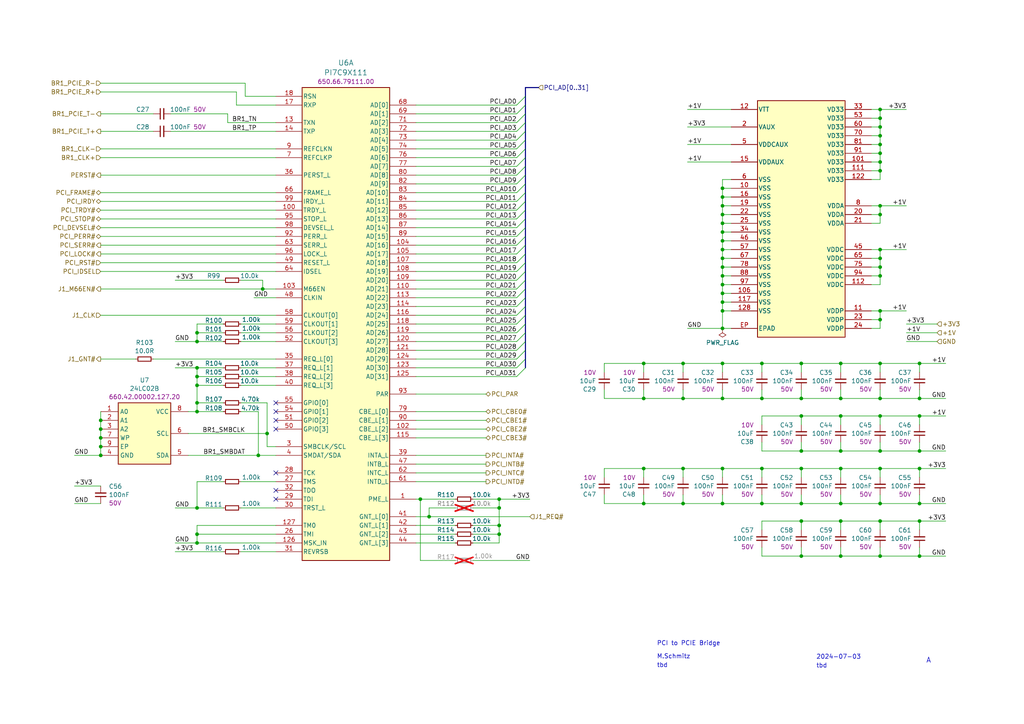
<source format=kicad_sch>
(kicad_sch (version 20231120) (generator "eeschema") (generator_version "8.0")
  (paper "A4")
  (title_block (date "2024-07-17") (rev "0"))
  (junction (at 124.46 149.86))
  (junction (at 266.7 105.41))
  (junction (at 255.27 115.57))
  (junction (at 255.27 49.53))
  (junction (at 255.27 120.65))
  (junction (at 209.55 67.31))
  (junction (at 255.27 39.37))
  (junction (at 266.7 120.65))
  (junction (at 209.55 59.69))
  (junction (at 209.55 54.61))
  (junction (at 220.98 146.05))
  (junction (at 232.41 146.05))
  (junction (at 57.15 111.76))
  (junction (at 29.21 124.46))
  (junction (at 186.69 105.41))
  (junction (at 209.55 105.41))
  (junction (at 266.7 115.57))
  (junction (at 209.55 80.01))
  (junction (at 29.21 121.92))
  (junction (at 255.27 36.83))
  (junction (at 255.27 92.71))
  (junction (at 255.27 130.81))
  (junction (at 77.47 125.73))
  (junction (at 232.41 161.29))
  (junction (at 74.93 132.08))
  (junction (at 255.27 151.13))
  (junction (at 209.55 135.89))
  (junction (at 57.15 119.38))
  (junction (at 243.84 120.65))
  (junction (at 255.27 72.39))
  (junction (at 255.27 80.01))
  (junction (at 232.41 130.81))
  (junction (at 198.12 135.89))
  (junction (at 266.7 161.29))
  (junction (at 266.7 146.05))
  (junction (at 29.21 127))
  (junction (at 29.21 132.08))
  (junction (at 57.15 106.68))
  (junction (at 144.78 147.32))
  (junction (at 255.27 135.89))
  (junction (at 209.55 146.05))
  (junction (at 57.15 96.52))
  (junction (at 209.55 64.77))
  (junction (at 209.55 72.39))
  (junction (at 209.55 57.15))
  (junction (at 220.98 115.57))
  (junction (at 121.92 144.78))
  (junction (at 144.78 154.94))
  (junction (at 186.69 146.05))
  (junction (at 266.7 130.81))
  (junction (at 57.15 116.84))
  (junction (at 232.41 115.57))
  (junction (at 255.27 105.41))
  (junction (at 243.84 105.41))
  (junction (at 198.12 115.57))
  (junction (at 57.15 99.06))
  (junction (at 255.27 62.23))
  (junction (at 243.84 151.13))
  (junction (at 209.55 82.55))
  (junction (at 209.55 85.09))
  (junction (at 209.55 77.47))
  (junction (at 209.55 90.17))
  (junction (at 255.27 77.47))
  (junction (at 57.15 157.48))
  (junction (at 255.27 34.29))
  (junction (at 243.84 115.57))
  (junction (at 209.55 69.85))
  (junction (at 266.7 151.13))
  (junction (at 198.12 146.05))
  (junction (at 266.7 135.89))
  (junction (at 57.15 109.22))
  (junction (at 232.41 135.89))
  (junction (at 255.27 41.91))
  (junction (at 144.78 144.78))
  (junction (at 255.27 90.17))
  (junction (at 255.27 161.29))
  (junction (at 243.84 130.81))
  (junction (at 209.55 74.93))
  (junction (at 209.55 62.23))
  (junction (at 232.41 120.65))
  (junction (at 255.27 31.75))
  (junction (at 243.84 135.89))
  (junction (at 220.98 135.89))
  (junction (at 198.12 105.41))
  (junction (at 232.41 151.13))
  (junction (at 57.15 147.32))
  (junction (at 29.21 129.54))
  (junction (at 255.27 46.99))
  (junction (at 209.55 95.25))
  (junction (at 255.27 146.05))
  (junction (at 255.27 74.93))
  (junction (at 57.15 154.94))
  (junction (at 186.69 135.89))
  (junction (at 209.55 115.57))
  (junction (at 144.78 152.4))
  (junction (at 255.27 44.45))
  (junction (at 76.2 83.82))
  (junction (at 255.27 59.69))
  (junction (at 243.84 146.05))
  (junction (at 220.98 105.41))
  (junction (at 243.84 161.29))
  (junction (at 209.55 87.63))
  (junction (at 232.41 105.41))
  (junction (at 186.69 115.57))
  (no_connect (at 80.01 142.24))
  (no_connect (at 80.01 144.78))
  (no_connect (at 80.01 116.84))
  (no_connect (at 80.01 137.16))
  (no_connect (at 80.01 124.46))
  (no_connect (at 80.01 121.92))
  (no_connect (at 80.01 119.38))
  (bus_entry (at 152.4 73.66) (size -2.54 2.54))
  (bus_entry (at 152.4 48.26) (size -2.54 2.54))
  (bus_entry (at 152.4 30.48) (size -2.54 2.54))
  (bus_entry (at 152.4 88.9) (size -2.54 2.54))
  (bus_entry (at 152.4 45.72) (size -2.54 2.54))
  (bus_entry (at 152.4 99.06) (size -2.54 2.54))
  (bus_entry (at 152.4 58.42) (size -2.54 2.54))
  (bus_entry (at 152.4 93.98) (size -2.54 2.54))
  (bus_entry (at 152.4 43.18) (size -2.54 2.54))
  (bus_entry (at 152.4 83.82) (size -2.54 2.54))
  (bus_entry (at 152.4 76.2) (size -2.54 2.54))
  (bus_entry (at 152.4 101.6) (size -2.54 2.54))
  (bus_entry (at 152.4 53.34) (size -2.54 2.54))
  (bus_entry (at 152.4 40.64) (size -2.54 2.54))
  (bus_entry (at 152.4 86.36) (size -2.54 2.54))
  (bus_entry (at 152.4 91.44) (size -2.54 2.54))
  (bus_entry (at 152.4 78.74) (size -2.54 2.54))
  (bus_entry (at 152.4 27.94) (size -2.54 2.54))
  (bus_entry (at 152.4 63.5) (size -2.54 2.54))
  (bus_entry (at 152.4 81.28) (size -2.54 2.54))
  (bus_entry (at 152.4 71.12) (size -2.54 2.54))
  (bus_entry (at 152.4 38.1) (size -2.54 2.54))
  (bus_entry (at 152.4 60.96) (size -2.54 2.54))
  (bus_entry (at 152.4 55.88) (size -2.54 2.54))
  (bus_entry (at 152.4 106.68) (size -2.54 2.54))
  (bus_entry (at 152.4 33.02) (size -2.54 2.54))
  (bus_entry (at 152.4 96.52) (size -2.54 2.54))
  (bus_entry (at 152.4 35.56) (size -2.54 2.54))
  (bus_entry (at 152.4 66.04) (size -2.54 2.54))
  (bus_entry (at 152.4 68.58) (size -2.54 2.54))
  (bus_entry (at 152.4 50.8) (size -2.54 2.54))
  (bus_entry (at 152.4 104.14) (size -2.54 2.54))
  (wire (pts (xy 209.55 87.63) (xy 209.55 90.17)))
  (wire (pts (xy 220.98 143.51) (xy 220.98 146.05)))
  (wire (pts (xy 29.21 68.58) (xy 80.01 68.58)))
  (wire (pts (xy 262.89 93.98) (xy 271.78 93.98)))
  (wire (pts (xy 255.27 115.57) (xy 243.84 115.57)))
  (wire (pts (xy 140.97 119.38) (xy 120.65 119.38)))
  (wire (pts (xy 262.89 99.06) (xy 271.78 99.06)))
  (wire (pts (xy 255.27 82.55) (xy 252.73 82.55)))
  (wire (pts (xy 149.86 38.1) (xy 120.65 38.1)))
  (wire (pts (xy 255.27 143.51) (xy 255.27 146.05)))
  (wire (pts (xy 57.15 116.84) (xy 57.15 111.76)))
  (wire (pts (xy 149.86 83.82) (xy 120.65 83.82)))
  (wire (pts (xy 266.7 113.03) (xy 266.7 115.57)))
  (wire (pts (xy 120.65 154.94) (xy 132.08 154.94)))
  (wire (pts (xy 71.12 27.94) (xy 80.01 27.94)))
  (bus (pts (xy 152.4 83.82) (xy 152.4 81.28)))
  (wire (pts (xy 120.65 144.78) (xy 121.92 144.78)))
  (wire (pts (xy 243.84 151.13) (xy 255.27 151.13)))
  (wire (pts (xy 57.15 157.48) (xy 80.01 157.48)))
  (wire (pts (xy 255.27 105.41) (xy 266.7 105.41)))
  (wire (pts (xy 186.69 146.05) (xy 175.26 146.05)))
  (wire (pts (xy 232.41 146.05) (xy 243.84 146.05)))
  (wire (pts (xy 209.55 62.23) (xy 209.55 64.77)))
  (bus (pts (xy 152.4 58.42) (xy 152.4 55.88)))
  (wire (pts (xy 140.97 124.46) (xy 120.65 124.46)))
  (wire (pts (xy 64.77 119.38) (xy 57.15 119.38)))
  (wire (pts (xy 29.21 119.38) (xy 29.21 121.92)))
  (wire (pts (xy 175.26 135.89) (xy 186.69 135.89)))
  (wire (pts (xy 57.15 147.32) (xy 64.77 147.32)))
  (wire (pts (xy 50.8 106.68) (xy 57.15 106.68)))
  (bus (pts (xy 152.4 81.28) (xy 152.4 78.74)))
  (wire (pts (xy 232.41 105.41) (xy 232.41 107.95)))
  (wire (pts (xy 198.12 115.57) (xy 186.69 115.57)))
  (wire (pts (xy 232.41 158.75) (xy 232.41 161.29)))
  (wire (pts (xy 137.16 157.48) (xy 144.78 157.48)))
  (wire (pts (xy 232.41 120.65) (xy 243.84 120.65)))
  (wire (pts (xy 29.21 45.72) (xy 80.01 45.72)))
  (wire (pts (xy 29.21 127) (xy 29.21 129.54)))
  (wire (pts (xy 209.55 69.85) (xy 209.55 72.39)))
  (wire (pts (xy 149.86 40.64) (xy 120.65 40.64)))
  (wire (pts (xy 209.55 113.03) (xy 209.55 115.57)))
  (wire (pts (xy 243.84 105.41) (xy 243.84 107.95)))
  (wire (pts (xy 50.8 99.06) (xy 57.15 99.06)))
  (wire (pts (xy 209.55 67.31) (xy 209.55 69.85)))
  (wire (pts (xy 220.98 130.81) (xy 220.98 128.27)))
  (wire (pts (xy 243.84 120.65) (xy 243.84 123.19)))
  (wire (pts (xy 255.27 130.81) (xy 266.7 130.81)))
  (wire (pts (xy 64.77 93.98) (xy 57.15 93.98)))
  (wire (pts (xy 198.12 113.03) (xy 198.12 115.57)))
  (wire (pts (xy 274.32 115.57) (xy 266.7 115.57)))
  (wire (pts (xy 220.98 120.65) (xy 232.41 120.65)))
  (wire (pts (xy 209.55 52.07) (xy 209.55 54.61)))
  (wire (pts (xy 209.55 135.89) (xy 220.98 135.89)))
  (wire (pts (xy 266.7 151.13) (xy 266.7 153.67)))
  (wire (pts (xy 57.15 99.06) (xy 64.77 99.06)))
  (wire (pts (xy 29.21 63.5) (xy 80.01 63.5)))
  (bus (pts (xy 152.4 43.18) (xy 152.4 40.64)))
  (wire (pts (xy 198.12 105.41) (xy 209.55 105.41)))
  (bus (pts (xy 152.4 88.9) (xy 152.4 86.36)))
  (wire (pts (xy 209.55 74.93) (xy 209.55 77.47)))
  (wire (pts (xy 149.86 96.52) (xy 120.65 96.52)))
  (wire (pts (xy 255.27 44.45) (xy 252.73 44.45)))
  (wire (pts (xy 29.21 76.2) (xy 80.01 76.2)))
  (wire (pts (xy 255.27 80.01) (xy 255.27 82.55)))
  (wire (pts (xy 149.86 88.9) (xy 120.65 88.9)))
  (bus (pts (xy 152.4 93.98) (xy 152.4 91.44)))
  (wire (pts (xy 186.69 115.57) (xy 175.26 115.57)))
  (wire (pts (xy 64.77 139.7) (xy 57.15 139.7)))
  (wire (pts (xy 243.84 120.65) (xy 255.27 120.65)))
  (wire (pts (xy 57.15 96.52) (xy 57.15 99.06)))
  (wire (pts (xy 149.86 99.06) (xy 120.65 99.06)))
  (wire (pts (xy 220.98 158.75) (xy 220.98 161.29)))
  (wire (pts (xy 212.09 52.07) (xy 209.55 52.07)))
  (wire (pts (xy 149.86 43.18) (xy 120.65 43.18)))
  (wire (pts (xy 49.53 38.1) (xy 80.01 38.1)))
  (wire (pts (xy 149.86 53.34) (xy 120.65 53.34)))
  (wire (pts (xy 255.27 135.89) (xy 266.7 135.89)))
  (wire (pts (xy 243.84 135.89) (xy 255.27 135.89)))
  (wire (pts (xy 175.26 115.57) (xy 175.26 113.03)))
  (wire (pts (xy 266.7 143.51) (xy 266.7 146.05)))
  (wire (pts (xy 266.7 120.65) (xy 274.32 120.65)))
  (wire (pts (xy 212.09 90.17) (xy 209.55 90.17)))
  (wire (pts (xy 137.16 144.78) (xy 144.78 144.78)))
  (wire (pts (xy 140.97 139.7) (xy 120.65 139.7)))
  (wire (pts (xy 69.85 109.22) (xy 80.01 109.22)))
  (wire (pts (xy 29.21 121.92) (xy 29.21 124.46)))
  (wire (pts (xy 64.77 116.84) (xy 57.15 116.84)))
  (wire (pts (xy 212.09 69.85) (xy 209.55 69.85)))
  (wire (pts (xy 209.55 77.47) (xy 209.55 80.01)))
  (bus (pts (xy 152.4 73.66) (xy 152.4 71.12)))
  (wire (pts (xy 29.21 83.82) (xy 76.2 83.82)))
  (bus (pts (xy 152.4 91.44) (xy 152.4 88.9)))
  (wire (pts (xy 21.59 132.08) (xy 29.21 132.08)))
  (wire (pts (xy 186.69 107.95) (xy 186.69 105.41)))
  (wire (pts (xy 243.84 128.27) (xy 243.84 130.81)))
  (wire (pts (xy 149.86 68.58) (xy 120.65 68.58)))
  (wire (pts (xy 73.66 86.36) (xy 80.01 86.36)))
  (wire (pts (xy 140.97 114.3) (xy 120.65 114.3)))
  (wire (pts (xy 274.32 146.05) (xy 266.7 146.05)))
  (wire (pts (xy 29.21 33.02) (xy 44.45 33.02)))
  (bus (pts (xy 152.4 63.5) (xy 152.4 60.96)))
  (wire (pts (xy 199.39 46.99) (xy 212.09 46.99)))
  (wire (pts (xy 69.85 81.28) (xy 76.2 81.28)))
  (wire (pts (xy 232.41 128.27) (xy 232.41 130.81)))
  (wire (pts (xy 255.27 105.41) (xy 255.27 107.95)))
  (wire (pts (xy 57.15 139.7) (xy 57.15 147.32)))
  (wire (pts (xy 50.8 160.02) (xy 64.77 160.02)))
  (wire (pts (xy 198.12 135.89) (xy 209.55 135.89)))
  (wire (pts (xy 57.15 152.4) (xy 57.15 154.94)))
  (wire (pts (xy 209.55 59.69) (xy 209.55 62.23)))
  (wire (pts (xy 209.55 90.17) (xy 209.55 95.25)))
  (wire (pts (xy 29.21 104.14) (xy 39.37 104.14)))
  (wire (pts (xy 76.2 81.28) (xy 76.2 83.82)))
  (wire (pts (xy 255.27 59.69) (xy 262.89 59.69)))
  (wire (pts (xy 255.27 49.53) (xy 252.73 49.53)))
  (wire (pts (xy 21.59 146.05) (xy 29.21 146.05)))
  (wire (pts (xy 57.15 106.68) (xy 57.15 109.22)))
  (wire (pts (xy 212.09 95.25) (xy 209.55 95.25)))
  (wire (pts (xy 149.86 104.14) (xy 120.65 104.14)))
  (wire (pts (xy 255.27 80.01) (xy 252.73 80.01)))
  (wire (pts (xy 149.86 78.74) (xy 120.65 78.74)))
  (bus (pts (xy 152.4 106.68) (xy 152.4 104.14)))
  (wire (pts (xy 69.85 93.98) (xy 80.01 93.98)))
  (wire (pts (xy 255.27 62.23) (xy 255.27 64.77)))
  (bus (pts (xy 152.4 38.1) (xy 152.4 35.56)))
  (bus (pts (xy 152.4 33.02) (xy 152.4 30.48)))
  (wire (pts (xy 255.27 128.27) (xy 255.27 130.81)))
  (wire (pts (xy 266.7 120.65) (xy 266.7 123.19)))
  (bus (pts (xy 152.4 30.48) (xy 152.4 27.94)))
  (wire (pts (xy 255.27 90.17) (xy 252.73 90.17)))
  (wire (pts (xy 255.27 41.91) (xy 255.27 44.45)))
  (wire (pts (xy 212.09 54.61) (xy 209.55 54.61)))
  (wire (pts (xy 57.15 93.98) (xy 57.15 96.52)))
  (wire (pts (xy 54.61 119.38) (xy 57.15 119.38)))
  (wire (pts (xy 212.09 62.23) (xy 209.55 62.23)))
  (wire (pts (xy 186.69 115.57) (xy 186.69 113.03)))
  (wire (pts (xy 149.86 60.96) (xy 120.65 60.96)))
  (wire (pts (xy 255.27 72.39) (xy 252.73 72.39)))
  (wire (pts (xy 29.21 50.8) (xy 80.01 50.8)))
  (wire (pts (xy 80.01 35.56) (xy 66.04 35.56)))
  (wire (pts (xy 255.27 74.93) (xy 255.27 77.47)))
  (wire (pts (xy 232.41 115.57) (xy 220.98 115.57)))
  (bus (pts (xy 152.4 27.94) (xy 152.4 25.4)))
  (bus (pts (xy 152.4 71.12) (xy 152.4 68.58)))
  (wire (pts (xy 137.16 152.4) (xy 144.78 152.4)))
  (wire (pts (xy 74.93 132.08) (xy 74.93 119.38)))
  (wire (pts (xy 212.09 59.69) (xy 209.55 59.69)))
  (wire (pts (xy 57.15 154.94) (xy 80.01 154.94)))
  (wire (pts (xy 54.61 132.08) (xy 74.93 132.08)))
  (bus (pts (xy 152.4 40.64) (xy 152.4 38.1)))
  (wire (pts (xy 243.84 135.89) (xy 243.84 138.43)))
  (wire (pts (xy 209.55 72.39) (xy 209.55 74.93)))
  (wire (pts (xy 186.69 138.43) (xy 186.69 135.89)))
  (wire (pts (xy 69.85 147.32) (xy 80.01 147.32)))
  (wire (pts (xy 220.98 123.19) (xy 220.98 120.65)))
  (wire (pts (xy 149.86 63.5) (xy 120.65 63.5)))
  (wire (pts (xy 149.86 55.88) (xy 120.65 55.88)))
  (wire (pts (xy 255.27 92.71) (xy 252.73 92.71)))
  (wire (pts (xy 137.16 154.94) (xy 144.78 154.94)))
  (wire (pts (xy 140.97 127) (xy 120.65 127)))
  (wire (pts (xy 220.98 135.89) (xy 232.41 135.89)))
  (wire (pts (xy 175.26 105.41) (xy 186.69 105.41)))
  (wire (pts (xy 149.86 93.98) (xy 120.65 93.98)))
  (bus (pts (xy 152.4 50.8) (xy 152.4 48.26)))
  (wire (pts (xy 80.01 139.7) (xy 69.85 139.7)))
  (wire (pts (xy 255.27 92.71) (xy 255.27 95.25)))
  (wire (pts (xy 243.84 143.51) (xy 243.84 146.05)))
  (wire (pts (xy 255.27 36.83) (xy 252.73 36.83)))
  (wire (pts (xy 57.15 154.94) (xy 57.15 157.48)))
  (wire (pts (xy 232.41 130.81) (xy 243.84 130.81)))
  (wire (pts (xy 140.97 137.16) (xy 120.65 137.16)))
  (wire (pts (xy 232.41 105.41) (xy 243.84 105.41)))
  (wire (pts (xy 144.78 147.32) (xy 144.78 152.4)))
  (wire (pts (xy 209.55 64.77) (xy 209.55 67.31)))
  (wire (pts (xy 255.27 31.75) (xy 255.27 34.29)))
  (bus (pts (xy 152.4 45.72) (xy 152.4 43.18)))
  (wire (pts (xy 255.27 34.29) (xy 252.73 34.29)))
  (wire (pts (xy 243.84 146.05) (xy 255.27 146.05)))
  (wire (pts (xy 149.86 81.28) (xy 120.65 81.28)))
  (wire (pts (xy 57.15 119.38) (xy 57.15 116.84)))
  (wire (pts (xy 220.98 138.43) (xy 220.98 135.89)))
  (wire (pts (xy 255.27 64.77) (xy 252.73 64.77)))
  (wire (pts (xy 124.46 149.86) (xy 153.67 149.86)))
  (wire (pts (xy 149.86 66.04) (xy 120.65 66.04)))
  (wire (pts (xy 137.16 147.32) (xy 144.78 147.32)))
  (wire (pts (xy 198.12 146.05) (xy 186.69 146.05)))
  (wire (pts (xy 69.85 106.68) (xy 80.01 106.68)))
  (wire (pts (xy 44.45 104.14) (xy 80.01 104.14)))
  (wire (pts (xy 266.7 158.75) (xy 266.7 161.29)))
  (wire (pts (xy 120.65 157.48) (xy 132.08 157.48)))
  (wire (pts (xy 137.16 162.56) (xy 153.67 162.56)))
  (wire (pts (xy 29.21 71.12) (xy 80.01 71.12)))
  (wire (pts (xy 255.27 77.47) (xy 255.27 80.01)))
  (wire (pts (xy 209.55 105.41) (xy 209.55 107.95)))
  (wire (pts (xy 209.55 146.05) (xy 198.12 146.05)))
  (wire (pts (xy 149.86 73.66) (xy 120.65 73.66)))
  (wire (pts (xy 209.55 57.15) (xy 209.55 59.69)))
  (wire (pts (xy 80.01 152.4) (xy 57.15 152.4)))
  (wire (pts (xy 149.86 45.72) (xy 120.65 45.72)))
  (wire (pts (xy 29.21 60.96) (xy 80.01 60.96)))
  (wire (pts (xy 220.98 107.95) (xy 220.98 105.41)))
  (wire (pts (xy 266.7 151.13) (xy 274.32 151.13)))
  (wire (pts (xy 80.01 30.48) (xy 68.58 30.48)))
  (wire (pts (xy 220.98 113.03) (xy 220.98 115.57)))
  (wire (pts (xy 220.98 151.13) (xy 232.41 151.13)))
  (wire (pts (xy 212.09 64.77) (xy 209.55 64.77)))
  (wire (pts (xy 212.09 67.31) (xy 209.55 67.31)))
  (wire (pts (xy 255.27 120.65) (xy 266.7 120.65)))
  (wire (pts (xy 255.27 62.23) (xy 252.73 62.23)))
  (wire (pts (xy 232.41 146.05) (xy 220.98 146.05)))
  (wire (pts (xy 198.12 107.95) (xy 198.12 105.41)))
  (wire (pts (xy 220.98 105.41) (xy 232.41 105.41)))
  (wire (pts (xy 255.27 46.99) (xy 255.27 49.53)))
  (wire (pts (xy 69.85 99.06) (xy 80.01 99.06)))
  (wire (pts (xy 266.7 105.41) (xy 266.7 107.95)))
  (wire (pts (xy 149.86 71.12) (xy 120.65 71.12)))
  (wire (pts (xy 132.08 147.32) (xy 124.46 147.32)))
  (wire (pts (xy 255.27 49.53) (xy 255.27 52.07)))
  (wire (pts (xy 255.27 146.05) (xy 266.7 146.05)))
  (wire (pts (xy 232.41 151.13) (xy 243.84 151.13)))
  (wire (pts (xy 29.21 24.13) (xy 71.12 24.13)))
  (wire (pts (xy 255.27 151.13) (xy 255.27 153.67)))
  (wire (pts (xy 149.86 35.56) (xy 120.65 35.56)))
  (wire (pts (xy 232.41 151.13) (xy 232.41 153.67)))
  (wire (pts (xy 220.98 115.57) (xy 209.55 115.57)))
  (wire (pts (xy 77.47 125.73) (xy 77.47 129.54)))
  (wire (pts (xy 57.15 96.52) (xy 64.77 96.52)))
  (wire (pts (xy 57.15 106.68) (xy 64.77 106.68)))
  (wire (pts (xy 266.7 135.89) (xy 274.32 135.89)))
  (wire (pts (xy 266.7 135.89) (xy 266.7 138.43)))
  (wire (pts (xy 29.21 58.42) (xy 80.01 58.42)))
  (wire (pts (xy 232.41 135.89) (xy 243.84 135.89)))
  (wire (pts (xy 77.47 129.54) (xy 80.01 129.54)))
  (wire (pts (xy 149.86 86.36) (xy 120.65 86.36)))
  (wire (pts (xy 255.27 113.03) (xy 255.27 115.57)))
  (wire (pts (xy 186.69 146.05) (xy 186.69 143.51)))
  (wire (pts (xy 255.27 161.29) (xy 266.7 161.29)))
  (wire (pts (xy 29.21 91.44) (xy 80.01 91.44)))
  (bus (pts (xy 152.4 101.6) (xy 152.4 99.06)))
  (wire (pts (xy 243.84 113.03) (xy 243.84 115.57)))
  (wire (pts (xy 54.61 125.73) (xy 77.47 125.73)))
  (wire (pts (xy 232.41 120.65) (xy 232.41 123.19)))
  (bus (pts (xy 152.4 76.2) (xy 152.4 73.66)))
  (bus (pts (xy 152.4 104.14) (xy 152.4 101.6)))
  (wire (pts (xy 232.41 113.03) (xy 232.41 115.57)))
  (wire (pts (xy 243.84 161.29) (xy 255.27 161.29)))
  (bus (pts (xy 152.4 60.96) (xy 152.4 58.42)))
  (wire (pts (xy 175.26 107.95) (xy 175.26 105.41)))
  (wire (pts (xy 243.84 158.75) (xy 243.84 161.29)))
  (bus (pts (xy 152.4 86.36) (xy 152.4 83.82)))
  (wire (pts (xy 29.21 78.74) (xy 80.01 78.74)))
  (wire (pts (xy 149.86 109.22) (xy 120.65 109.22)))
  (wire (pts (xy 66.04 35.56) (xy 66.04 33.02)))
  (wire (pts (xy 255.27 158.75) (xy 255.27 161.29)))
  (wire (pts (xy 220.98 146.05) (xy 209.55 146.05)))
  (bus (pts (xy 152.4 35.56) (xy 152.4 33.02)))
  (wire (pts (xy 255.27 31.75) (xy 252.73 31.75)))
  (wire (pts (xy 274.32 130.81) (xy 266.7 130.81)))
  (wire (pts (xy 212.09 72.39) (xy 209.55 72.39)))
  (wire (pts (xy 255.27 46.99) (xy 252.73 46.99)))
  (wire (pts (xy 266.7 105.41) (xy 274.32 105.41)))
  (bus (pts (xy 152.4 96.52) (xy 152.4 93.98)))
  (wire (pts (xy 262.89 96.52) (xy 271.78 96.52)))
  (wire (pts (xy 199.39 36.83) (xy 212.09 36.83)))
  (wire (pts (xy 149.86 106.68) (xy 120.65 106.68)))
  (wire (pts (xy 149.86 50.8) (xy 120.65 50.8)))
  (wire (pts (xy 149.86 30.48) (xy 120.65 30.48)))
  (wire (pts (xy 199.39 31.75) (xy 212.09 31.75)))
  (wire (pts (xy 199.39 41.91) (xy 212.09 41.91)))
  (wire (pts (xy 149.86 48.26) (xy 120.65 48.26)))
  (wire (pts (xy 232.41 161.29) (xy 220.98 161.29)))
  (wire (pts (xy 186.69 135.89) (xy 198.12 135.89)))
  (bus (pts (xy 152.4 78.74) (xy 152.4 76.2)))
  (wire (pts (xy 232.41 115.57) (xy 243.84 115.57)))
  (wire (pts (xy 21.59 140.97) (xy 29.21 140.97)))
  (wire (pts (xy 57.15 109.22) (xy 64.77 109.22)))
  (wire (pts (xy 144.78 144.78) (xy 153.67 144.78)))
  (wire (pts (xy 50.8 157.48) (xy 57.15 157.48)))
  (wire (pts (xy 255.27 72.39) (xy 255.27 74.93)))
  (wire (pts (xy 232.41 143.51) (xy 232.41 146.05)))
  (wire (pts (xy 186.69 105.41) (xy 198.12 105.41)))
  (wire (pts (xy 29.21 55.88) (xy 80.01 55.88)))
  (wire (pts (xy 255.27 74.93) (xy 252.73 74.93)))
  (wire (pts (xy 266.7 128.27) (xy 266.7 130.81)))
  (wire (pts (xy 69.85 96.52) (xy 80.01 96.52)))
  (wire (pts (xy 175.26 138.43) (xy 175.26 135.89)))
  (wire (pts (xy 243.84 130.81) (xy 255.27 130.81)))
  (wire (pts (xy 255.27 90.17) (xy 255.27 92.71)))
  (wire (pts (xy 232.41 135.89) (xy 232.41 138.43)))
  (wire (pts (xy 212.09 57.15) (xy 209.55 57.15)))
  (wire (pts (xy 124.46 147.32) (xy 124.46 149.86)))
  (wire (pts (xy 149.86 91.44) (xy 120.65 91.44)))
  (wire (pts (xy 121.92 144.78) (xy 121.92 162.56)))
  (bus (pts (xy 152.4 48.26) (xy 152.4 45.72)))
  (wire (pts (xy 140.97 134.62) (xy 120.65 134.62)))
  (wire (pts (xy 175.26 146.05) (xy 175.26 143.51)))
  (wire (pts (xy 255.27 36.83) (xy 255.27 39.37)))
  (bus (pts (xy 152.4 55.88) (xy 152.4 53.34)))
  (wire (pts (xy 140.97 121.92) (xy 120.65 121.92)))
  (wire (pts (xy 232.41 130.81) (xy 220.98 130.81)))
  (wire (pts (xy 212.09 80.01) (xy 209.55 80.01)))
  (wire (pts (xy 209.55 80.01) (xy 209.55 82.55)))
  (wire (pts (xy 71.12 24.13) (xy 71.12 27.94)))
  (wire (pts (xy 77.47 116.84) (xy 77.47 125.73)))
  (wire (pts (xy 255.27 41.91) (xy 252.73 41.91)))
  (wire (pts (xy 212.09 77.47) (xy 209.55 77.47)))
  (wire (pts (xy 144.78 152.4) (xy 144.78 154.94)))
  (wire (pts (xy 255.27 39.37) (xy 252.73 39.37)))
  (wire (pts (xy 209.55 85.09) (xy 209.55 87.63)))
  (wire (pts (xy 132.08 162.56) (xy 121.92 162.56)))
  (wire (pts (xy 124.46 149.86) (xy 120.65 149.86)))
  (wire (pts (xy 255.27 90.17) (xy 262.89 90.17)))
  (wire (pts (xy 255.27 115.57) (xy 266.7 115.57)))
  (bus (pts (xy 156.21 25.4) (xy 152.4 25.4)))
  (wire (pts (xy 50.8 81.28) (xy 64.77 81.28)))
  (wire (pts (xy 255.27 52.07) (xy 252.73 52.07)))
  (wire (pts (xy 212.09 85.09) (xy 209.55 85.09)))
  (wire (pts (xy 212.09 87.63) (xy 209.55 87.63)))
  (wire (pts (xy 198.12 138.43) (xy 198.12 135.89)))
  (wire (pts (xy 68.58 26.67) (xy 29.21 26.67)))
  (bus (pts (xy 152.4 99.06) (xy 152.4 96.52)))
  (wire (pts (xy 29.21 124.46) (xy 29.21 127)))
  (wire (pts (xy 255.27 95.25) (xy 252.73 95.25)))
  (wire (pts (xy 144.78 144.78) (xy 144.78 147.32)))
  (wire (pts (xy 140.97 132.08) (xy 120.65 132.08)))
  (wire (pts (xy 149.86 101.6) (xy 120.65 101.6)))
  (wire (pts (xy 29.21 38.1) (xy 44.45 38.1)))
  (wire (pts (xy 57.15 111.76) (xy 64.77 111.76)))
  (wire (pts (xy 74.93 119.38) (xy 69.85 119.38)))
  (wire (pts (xy 255.27 120.65) (xy 255.27 123.19)))
  (bus (pts (xy 152.4 68.58) (xy 152.4 66.04)))
  (wire (pts (xy 149.86 58.42) (xy 120.65 58.42)))
  (wire (pts (xy 255.27 39.37) (xy 255.27 41.91)))
  (wire (pts (xy 120.65 152.4) (xy 132.08 152.4)))
  (wire (pts (xy 199.39 95.25) (xy 209.55 95.25)))
  (wire (pts (xy 57.15 109.22) (xy 57.15 111.76)))
  (wire (pts (xy 255.27 77.47) (xy 252.73 77.47)))
  (wire (pts (xy 209.55 135.89) (xy 209.55 138.43)))
  (wire (pts (xy 149.86 33.02) (xy 120.65 33.02)))
  (wire (pts (xy 243.84 151.13) (xy 243.84 153.67)))
  (wire (pts (xy 255.27 135.89) (xy 255.27 138.43)))
  (wire (pts (xy 243.84 105.41) (xy 255.27 105.41)))
  (wire (pts (xy 68.58 30.48) (xy 68.58 26.67)))
  (wire (pts (xy 209.55 143.51) (xy 209.55 146.05)))
  (wire (pts (xy 76.2 83.82) (xy 80.01 83.82)))
  (wire (pts (xy 144.78 154.94) (xy 144.78 157.48)))
  (wire (pts (xy 29.21 43.18) (xy 80.01 43.18)))
  (wire (pts (xy 149.86 76.2) (xy 120.65 76.2)))
  (wire (pts (xy 80.01 132.08) (xy 74.93 132.08)))
  (wire (pts (xy 220.98 153.67) (xy 220.98 151.13)))
  (wire (pts (xy 50.8 147.32) (xy 57.15 147.32)))
  (wire (pts (xy 29.21 129.54) (xy 29.21 132.08)))
  (wire (pts (xy 255.27 59.69) (xy 252.73 59.69)))
  (wire (pts (xy 255.27 31.75) (xy 262.89 31.75)))
  (wire (pts (xy 69.85 111.76) (xy 80.01 111.76)))
  (wire (pts (xy 29.21 73.66) (xy 80.01 73.66)))
  (wire (pts (xy 209.55 115.57) (xy 198.12 115.57)))
  (bus (pts (xy 152.4 66.04) (xy 152.4 63.5)))
  (wire (pts (xy 198.12 143.51) (xy 198.12 146.05)))
  (wire (pts (xy 212.09 82.55) (xy 209.55 82.55)))
  (wire (pts (xy 209.55 82.55) (xy 209.55 85.09)))
  (wire (pts (xy 69.85 116.84) (xy 77.47 116.84)))
  (wire (pts (xy 255.27 59.69) (xy 255.27 62.23)))
  (wire (pts (xy 255.27 72.39) (xy 262.89 72.39)))
  (wire (pts (xy 69.85 160.02) (xy 80.01 160.02)))
  (wire (pts (xy 232.41 161.29) (xy 243.84 161.29)))
  (wire (pts (xy 255.27 44.45) (xy 255.27 46.99)))
  (bus (pts (xy 152.4 53.34) (xy 152.4 50.8)))
  (wire (pts (xy 209.55 105.41) (xy 220.98 105.41)))
  (wire (pts (xy 274.32 161.29) (xy 266.7 161.29)))
  (wire (pts (xy 121.92 144.78) (xy 132.08 144.78)))
  (wire (pts (xy 255.27 34.29) (xy 255.27 36.83)))
  (wire (pts (xy 29.21 66.04) (xy 80.01 66.04)))
  (wire (pts (xy 255.27 151.13) (xy 266.7 151.13)))
  (wire (pts (xy 212.09 74.93) (xy 209.55 74.93)))
  (wire (pts (xy 209.55 54.61) (xy 209.55 57.15)))
  (wire (pts (xy 66.04 33.02) (xy 49.53 33.02)))
  (text "M.Schmitz" (at 190.5 191.262 0) (effects (font (size 1.27 1.27)) (justify left bottom)))
  (text "A" (at 268.605 192.532 0) (effects (font (size 1.4986 1.4986)) (justify left bottom)))
  (text "tbd" (at 190.5 193.802 0) (effects (font (size 1.27 1.27)) (justify left bottom)))
  (text "PCI to PCIE Bridge" (at 190.5 187.452 0) (effects (font (size 1.27 1.27)) (justify left bottom)))
  (text "tbd" (at 236.728 193.929 0) (effects (font (size 1.27 1.27)) (justify left bottom)))
  (text "2024-07-03" (at 236.728 191.389 0) (effects (font (size 1.27 1.27)) (justify left bottom)))
  (label "PCI_AD3" (at 149.86 38.1 180))
  (label "PCI_AD5" (at 149.86 43.18 180))
  (label "BR1_TN" (at 67.31 35.56 0))
  (label "PCI_AD28" (at 149.86 101.6 180))
  (label "+1V" (at 274.32 105.41 180))
  (label "+3V3" (at 274.32 151.13 180))
  (label "PCI_AD17" (at 149.86 73.66 180))
  (label "GND" (at 50.8 147.32 0))
  (label "GND" (at 73.66 86.36 0))
  (label "+3V3" (at 262.89 31.75 180))
  (label "GND" (at 50.8 157.48 0))
  (label "PCI_AD26" (at 149.86 96.52 180))
  (label "PCI_AD20" (at 149.86 81.28 180))
  (label "PCI_AD22" (at 149.86 86.36 180))
  (label "+1V" (at 262.89 90.17 180))
  (label "PCI_AD8" (at 149.86 50.8 180))
  (label "GND" (at 21.59 146.05 0))
  (label "PCI_AD0" (at 149.86 30.48 180))
  (label "PCI_AD1" (at 149.86 33.02 180))
  (label "+1V" (at 199.39 31.75 0))
  (label "BR1_SMBDAT" (at 71.12 132.08 180))
  (label "PCI_AD25" (at 149.86 93.98 180))
  (label "GND" (at 274.32 130.81 180))
  (label "+3V3" (at 50.8 81.28 0))
  (label "PCI_AD2" (at 149.86 35.56 180))
  (label "PCI_AD11" (at 149.86 58.42 180))
  (label "+3V3" (at 21.59 140.97 0))
  (label "+1V" (at 262.89 72.39 180))
  (label "+1V" (at 274.32 120.65 180))
  (label "PCI_AD6" (at 149.86 45.72 180))
  (label "PCI_AD9" (at 149.86 53.34 180))
  (label "PCI_AD21" (at 149.86 83.82 180))
  (label "GND" (at 21.59 132.08 0))
  (label "PCI_AD18" (at 149.86 76.2 180))
  (label "PCI_AD30" (at 149.86 106.68 180))
  (label "+3V3" (at 262.89 93.98 0))
  (label "PCI_AD13" (at 149.86 63.5 180))
  (label "PCI_AD12" (at 149.86 60.96 180))
  (label "+1V" (at 199.39 41.91 0))
  (label "+3V3" (at 50.8 106.68 0))
  (label "PCI_AD7" (at 149.86 48.26 180))
  (label "PCI_AD24" (at 149.86 91.44 180))
  (label "+3V3" (at 153.67 144.78 180))
  (label "PCI_AD4" (at 149.86 40.64 180))
  (label "+3V3" (at 199.39 36.83 0))
  (label "GND" (at 262.89 99.06 0))
  (label "+1V" (at 199.39 46.99 0))
  (label "PCI_AD15" (at 149.86 68.58 180))
  (label "+3V3" (at 274.32 135.89 180))
  (label "PCI_AD10" (at 149.86 55.88 180))
  (label "PCI_AD16" (at 149.86 71.12 180))
  (label "PCI_AD31" (at 149.86 109.22 180))
  (label "+3V3" (at 50.8 160.02 0))
  (label "BR1_SMBCLK" (at 71.12 125.73 180))
  (label "GND" (at 153.67 162.56 180))
  (label "GND" (at 274.32 161.29 180))
  (label "PCI_AD29" (at 149.86 104.14 180))
  (label "PCI_AD23" (at 149.86 88.9 180))
  (label "GND" (at 199.39 95.25 0))
  (label "PCI_AD14" (at 149.86 66.04 180))
  (label "GND" (at 274.32 146.05 180))
  (label "GND" (at 50.8 99.06 0))
  (label "BR1_TP" (at 67.31 38.1 0))
  (label "PCI_AD27" (at 149.86 99.06 180))
  (label "GND" (at 274.32 115.57 180))
  (label "+1V" (at 262.89 96.52 0))
  (label "+1V" (at 262.89 59.69 180))
  (label "PCI_AD19" (at 149.86 78.74 180))
  (hierarchical_label "BR1_PCIE_T-" (shape output) (at 29.21 33.02 180))
  (hierarchical_label "BR1_PCIE_R+" (shape input) (at 29.21 26.67 180))
  (hierarchical_label "PCI_PAR" (shape bidirectional) (at 140.97 114.3 0))
  (hierarchical_label "PCI_PERR#" (shape bidirectional) (at 29.21 68.58 180))
  (hierarchical_label "PCI_SERR#" (shape output) (at 29.21 71.12 180))
  (hierarchical_label "BR1_PCIE_R-" (shape input) (at 29.21 24.13 180))
  (hierarchical_label "PERST#" (shape output) (at 29.21 50.8 180))
  (hierarchical_label "J1_M66EN#" (shape output) (at 29.21 83.82 180))
  (hierarchical_label "PCI_AD[0..31]" (shape input) (at 156.21 25.4 0))
  (hierarchical_label "PCI_RST#" (shape input) (at 29.21 76.2 180))
  (hierarchical_label "PCI_FRAME#" (shape bidirectional) (at 29.21 55.88 180))
  (hierarchical_label "+1V" (shape input) (at 271.78 96.52 0))
  (hierarchical_label "PCI_CBE3#" (shape bidirectional) (at 140.97 127 0))
  (hierarchical_label "J1_CLK" (shape input) (at 29.21 91.44 180))
  (hierarchical_label "PCI_INTA#" (shape output) (at 140.97 132.08 0))
  (hierarchical_label "BR1_PCIE_T+" (shape output) (at 29.21 38.1 180))
  (hierarchical_label "PCI_INTC#" (shape output) (at 140.97 137.16 0))
  (hierarchical_label "PCI_INTD#" (shape output) (at 140.97 139.7 0))
  (hierarchical_label "PCI_CBE2#" (shape bidirectional) (at 140.97 124.46 0))
  (hierarchical_label "PCI_TRDY#" (shape bidirectional) (at 29.21 60.96 180))
  (hierarchical_label "BR1_CLK+" (shape input) (at 29.21 45.72 180))
  (hierarchical_label "PCI_STOP#" (shape bidirectional) (at 29.21 63.5 180))
  (hierarchical_label "J1_REQ#" (shape input) (at 153.67 149.86 0))
  (hierarchical_label "J1_GNT#" (shape output) (at 29.21 104.14 180))
  (hierarchical_label "+3V3" (shape input) (at 271.78 93.98 0))
  (hierarchical_label "PCI_LOCK#" (shape output) (at 29.21 73.66 180))
  (hierarchical_label "BR1_CLK-" (shape input) (at 29.21 43.18 180))
  (hierarchical_label "GND" (shape input) (at 271.78 99.06 0))
  (hierarchical_label "PCI_CBE0#" (shape bidirectional) (at 140.97 119.38 0))
  (hierarchical_label "PCI_DEVSEL#" (shape bidirectional) (at 29.21 66.04 180))
  (hierarchical_label "PCI_INTB#" (shape output) (at 140.97 134.62 0))
  (hierarchical_label "PCI_IDSEL" (shape input) (at 29.21 78.74 180))
  (hierarchical_label "PCI_CBE1#" (shape bidirectional) (at 140.97 121.92 0))
  (hierarchical_label "PCI_IRDY" (shape bidirectional) (at 29.21 58.42 180))
  (symbol (lib_id "ci4rail-database:capacitors/86") (at 255.27 156.21 0) (mirror x) (unit 1)
    (property "Reference" "C60" (at 252.9459 153.7793 0) (effects (justify right)))
    (property "Value" "100nF" (at 252.9459 156.2036 0) (effects (justify right)))
    (property "Footprint" "0-standard:0402-capacitor" (effects (hide yes)))
    (property "Description" "Multilayer Ceramic Capacitors" (effects (hide yes)))
    (property "Value1" "+/-10 %" (effects (hide yes)))
    (property "Value2" "50V" (at 252.9459 158.6279 0) (effects (justify right)))
    (property "Value3" "X5R/X7R" (effects (hide yes)))
    (property "MPN" "n/a" (effects (hide yes)))
    (property "LTB" "9999" (effects (hide yes)))
    (property "ERP1" "M120-00060-00" (effects (hide yes)))
    (property "ERP2" "110.42.410.050.0" (effects (hide yes)))
    (property "Cost" "0.02" (effects (hide yes)))
    (property "Lifecycle" "released" (effects (hide yes)))
    (property "Outline" "SMT 0402" (effects (hide yes)))
  )
  (symbol (lib_id "ci4rail-database:integrated/145") (at 232.41 64.77 0) (unit 2)
    (property "Reference" "U6" (at 232.41 -10.9916 0) (effects (font (size 1.524 1.524))))
    (property "Value" "PI7C9X111" (at 232.41 -8.1587 0) (effects (font (size 1.524 1.524))))
    (property "Footprint" "1-special:integrated-145" (effects (hide yes)))
    (property "Datasheet" "${KICAD_CI4RAIL_DATASHEET_DIR}/integrated-145" (effects (hide yes)))
    (property "Description" "Interface PCI-to-PCIE" (effects (hide yes)))
    (property "Value1" "1V, 1.5V, 3.3V" (effects (hide yes)))
    (property "MPN" "Diodes PI7C9X111SLBFDE" (effects (hide yes)))
    (property "LTB" "2030" (effects (hide yes)))
    (property "ERP1" "integrated-145" (effects (hide yes)))
    (property "ERP2" "650.66.79111.00" (at 232.41 -5.5301 0))
    (property "Cost" "6,54" (effects (hide yes)))
    (property "Lifecycle" "review pending CQ2" (effects (hide yes)))
  )
  (symbol (lib_name "integrated/145_1") (lib_id "ci4rail-database:integrated/145") (at 100.33 93.98 0) (unit 1)
    (property "Reference" "U6" (at 100.33 18.2184 0) (effects (font (size 1.524 1.524))))
    (property "Value" "PI7C9X111" (at 100.33 21.0513 0) (effects (font (size 1.524 1.524))))
    (property "Footprint" "1-special:integrated-145" (effects (hide yes)))
    (property "Datasheet" "${KICAD_CI4RAIL_DATASHEET_DIR}/integrated-145" (effects (hide yes)))
    (property "Description" "Interface PCI-to-PCIE" (effects (hide yes)))
    (property "Value1" "1V, 1.5V, 3.3V" (effects (hide yes)))
    (property "MPN" "Diodes PI7C9X111SLBFDE" (effects (hide yes)))
    (property "LTB" "2030" (effects (hide yes)))
    (property "ERP1" "integrated-145" (effects (hide yes)))
    (property "ERP2" "650.66.79111.00" (at 100.33 23.6799 0))
    (property "Cost" "6,54" (effects (hide yes)))
    (property "Lifecycle" "review pending CQ2" (effects (hide yes)))
    (property "Outline" "SMT LQFP128 14x14x1.45mm" (effects (hide yes)))
  )
  (symbol (lib_id "ci4rail-database:resistors/179") (at 134.62 147.32 90) (unit 1) (dnp yes)
    (property "Reference" "R112" (at 129.286 146.05 90))
    (property "Value" "10.0k" (at 139.7 146.05 90))
    (property "Footprint" "0-standard:0402-resistor" (effects (hide yes)))
    (property "Description" "Thick film resistor" (effects (hide yes)))
    (property "Value1" "+/-1%" (effects (hide yes)))
    (property "Value2" "100 ppm" (effects (hide yes)))
    (property "Value3" "62.5 mW" (effects (hide yes)))
    (property "Value4" "50 V" (effects (hide yes)))
    (property "MPN" "n/a" (effects (hide yes)))
    (property "LTB" "9999" (effects (hide yes)))
    (property "ERP1" "M110-00163-00" (effects (hide yes)))
    (property "ERP2" "101.403.3100" (effects (hide yes)))
    (property "Lifecycle" "released" (effects (hide yes)))
    (property "Cost" "0.01" (effects (hide yes)))
    (property "Outline" "SMT 0402" (effects (hide yes)))
  )
  (symbol (lib_id "ci4rail-database:capacitors/86") (at 232.41 156.21 0) (mirror x) (unit 1)
    (property "Reference" "C58" (at 230.0859 153.7793 0) (effects (justify right)))
    (property "Value" "100nF" (at 230.0859 156.2036 0) (effects (justify right)))
    (property "Footprint" "0-standard:0402-capacitor" (effects (hide yes)))
    (property "Description" "Multilayer Ceramic Capacitors" (effects (hide yes)))
    (property "Value1" "+/-10 %" (effects (hide yes)))
    (property "Value2" "50V" (at 230.0859 158.6279 0) (effects (justify right)))
    (property "Value3" "X5R/X7R" (effects (hide yes)))
    (property "MPN" "n/a" (effects (hide yes)))
    (property "LTB" "9999" (effects (hide yes)))
    (property "ERP1" "M120-00060-00" (effects (hide yes)))
    (property "ERP2" "110.42.410.050.0" (effects (hide yes)))
    (property "Cost" "0.02" (effects (hide yes)))
    (property "Lifecycle" "released" (effects (hide yes)))
    (property "Outline" "SMT 0402" (effects (hide yes)))
  )
  (symbol (lib_id "ci4rail-database:capacitors/86") (at 29.21 143.51 180) (unit 1)
    (property "Reference" "C56" (at 31.5341 141.0793 0) (effects (justify right)))
    (property "Value" "100nF" (at 31.5341 143.5036 0) (effects (justify right)))
    (property "Footprint" "0-standard:0402-capacitor" (effects (hide yes)))
    (property "Description" "Multilayer Ceramic Capacitors" (effects (hide yes)))
    (property "Value1" "+/-10 %" (effects (hide yes)))
    (property "Value2" "50V" (at 31.5341 145.9279 0) (effects (justify right)))
    (property "Value3" "X5R/X7R" (effects (hide yes)))
    (property "MPN" "n/a" (effects (hide yes)))
    (property "LTB" "9999" (effects (hide yes)))
    (property "ERP1" "M120-00060-00" (effects (hide yes)))
    (property "ERP2" "110.42.410.050.0" (effects (hide yes)))
    (property "Cost" "0.02" (effects (hide yes)))
    (property "Lifecycle" "released" (effects (hide yes)))
    (property "Outline" "SMT 0402" (effects (hide yes)))
  )
  (symbol (lib_id "ci4rail-database:capacitors/86") (at 198.12 140.97 0) (mirror x) (unit 1)
    (property "Reference" "C49" (at 195.7959 138.5393 0) (effects (justify right)))
    (property "Value" "100nF" (at 195.7959 140.9636 0) (effects (justify right)))
    (property "Footprint" "0-standard:0402-capacitor" (effects (hide yes)))
    (property "Description" "Multilayer Ceramic Capacitors" (effects (hide yes)))
    (property "Value1" "+/-10 %" (effects (hide yes)))
    (property "Value2" "50V" (at 195.7959 143.3879 0) (effects (justify right)))
    (property "Value3" "X5R/X7R" (effects (hide yes)))
    (property "MPN" "n/a" (effects (hide yes)))
    (property "LTB" "9999" (effects (hide yes)))
    (property "ERP1" "M120-00060-00" (effects (hide yes)))
    (property "ERP2" "110.42.410.050.0" (effects (hide yes)))
    (property "Cost" "0.02" (effects (hide yes)))
    (property "Lifecycle" "released" (effects (hide yes)))
    (property "Outline" "SMT 0402" (effects (hide yes)))
  )
  (symbol (lib_id "ci4rail-database:resistors/150") (at 67.31 160.02 270) (unit 1)
    (property "Reference" "R116" (at 61.976 159.004 90))
    (property "Value" "1.00k" (at 72.898 158.75 90))
    (property "Footprint" "0-standard:0402-resistor" (effects (hide yes)))
    (property "Description" "Thick film resistor" (effects (hide yes)))
    (property "Value1" "+/-1%" (effects (hide yes)))
    (property "Value2" "100 ppm" (effects (hide yes)))
    (property "Value3" "62.5 mW" (effects (hide yes)))
    (property "Value4" "50 V" (effects (hide yes)))
    (property "MPN" "n/a" (effects (hide yes)))
    (property "LTB" "9999" (effects (hide yes)))
    (property "ERP1" "M110-00134-00" (effects (hide yes)))
    (property "ERP2" "101.403.2100" (effects (hide yes)))
    (property "Lifecycle" "released" (effects (hide yes)))
    (property "Cost" "0.01" (effects (hide yes)))
    (property "Outline" "SMT 0402" (effects (hide yes)))
  )
  (symbol (lib_id "ci4rail-database:resistors/150") (at 67.31 147.32 270) (unit 1)
    (property "Reference" "R111" (at 61.976 146.304 90))
    (property "Value" "1.00k" (at 72.898 146.05 90))
    (property "Footprint" "0-standard:0402-resistor" (effects (hide yes)))
    (property "Description" "Thick film resistor" (effects (hide yes)))
    (property "Value1" "+/-1%" (effects (hide yes)))
    (property "Value2" "100 ppm" (effects (hide yes)))
    (property "Value3" "62.5 mW" (effects (hide yes)))
    (property "Value4" "50 V" (effects (hide yes)))
    (property "MPN" "n/a" (effects (hide yes)))
    (property "LTB" "9999" (effects (hide yes)))
    (property "ERP1" "M110-00134-00" (effects (hide yes)))
    (property "ERP2" "101.403.2100" (effects (hide yes)))
    (property "Lifecycle" "released" (effects (hide yes)))
    (property "Cost" "0.01" (effects (hide yes)))
    (property "Outline" "SMT 0402" (effects (hide yes)))
  )
  (symbol (lib_id "ci4rail-database:capacitors/86") (at 255.27 140.97 0) (mirror x) (unit 1)
    (property "Reference" "C54" (at 252.9459 138.5393 0) (effects (justify right)))
    (property "Value" "100nF" (at 252.9459 140.9636 0) (effects (justify right)))
    (property "Footprint" "0-standard:0402-capacitor" (effects (hide yes)))
    (property "Description" "Multilayer Ceramic Capacitors" (effects (hide yes)))
    (property "Value1" "+/-10 %" (effects (hide yes)))
    (property "Value2" "50V" (at 252.9459 143.3879 0) (effects (justify right)))
    (property "Value3" "X5R/X7R" (effects (hide yes)))
    (property "MPN" "n/a" (effects (hide yes)))
    (property "LTB" "9999" (effects (hide yes)))
    (property "ERP1" "M120-00060-00" (effects (hide yes)))
    (property "ERP2" "110.42.410.050.0" (effects (hide yes)))
    (property "Cost" "0.02" (effects (hide yes)))
    (property "Lifecycle" "released" (effects (hide yes)))
    (property "Outline" "SMT 0402" (effects (hide yes)))
  )
  (symbol (lib_id "ci4rail-database:capacitors/93") (at 186.69 140.97 180) (unit 1)
    (property "Reference" "C48" (at 184.3659 143.388 0) (effects (justify left)))
    (property "Value" "10uF" (at 184.3659 140.9637 0) (effects (justify left)))
    (property "Footprint" "0-standard:0402-capacitor" (effects (hide yes)))
    (property "Description" "Multilayer Ceramic Capacitors" (effects (hide yes)))
    (property "Value1" "+/-20 %" (effects (hide yes)))
    (property "Value2" "10V" (at 184.3659 138.5394 0) (effects (justify left)))
    (property "Value3" "X5R" (effects (hide yes)))
    (property "MPN" "n/a" (effects (hide yes)))
    (property "LTB" "9999" (effects (hide yes)))
    (property "ERP1" "M120-00067-00" (effects (hide yes)))
    (property "ERP2" "110.42.610.010.0" (effects (hide yes)))
    (property "Cost" "0.1" (effects (hide yes)))
    (property "Lifecycle" "released" (effects (hide yes)))
    (property "Outline" "SMT 0402" (effects (hide yes)))
  )
  (symbol (lib_id "ci4rail-database:capacitors/93") (at 220.98 125.73 180) (unit 1)
    (property "Reference" "C38" (at 218.6559 128.148 0) (effects (justify left)))
    (property "Value" "10uF" (at 218.6559 125.7237 0) (effects (justify left)))
    (property "Footprint" "0-standard:0402-capacitor" (effects (hide yes)))
    (property "Description" "Multilayer Ceramic Capacitors" (effects (hide yes)))
    (property "Value1" "+/-20 %" (effects (hide yes)))
    (property "Value2" "10V" (at 218.6559 123.2994 0) (effects (justify left)))
    (property "Value3" "X5R" (effects (hide yes)))
    (property "MPN" "n/a" (effects (hide yes)))
    (property "LTB" "9999" (effects (hide yes)))
    (property "ERP1" "M120-00067-00" (effects (hide yes)))
    (property "ERP2" "110.42.610.010.0" (effects (hide yes)))
    (property "Cost" "0.1" (effects (hide yes)))
    (property "Lifecycle" "released" (effects (hide yes)))
    (property "Outline" "SMT 0402" (effects (hide yes)))
  )
  (symbol (lib_id "ci4rail-database:resistors/179") (at 134.62 152.4 90) (unit 1)
    (property "Reference" "R113" (at 129.286 151.13 90))
    (property "Value" "10.0k" (at 139.7 151.13 90))
    (property "Footprint" "0-standard:0402-resistor" (effects (hide yes)))
    (property "Description" "Thick film resistor" (effects (hide yes)))
    (property "Value1" "+/-1%" (effects (hide yes)))
    (property "Value2" "100 ppm" (effects (hide yes)))
    (property "Value3" "62.5 mW" (effects (hide yes)))
    (property "Value4" "50 V" (effects (hide yes)))
    (property "MPN" "n/a" (effects (hide yes)))
    (property "LTB" "9999" (effects (hide yes)))
    (property "ERP1" "M110-00163-00" (effects (hide yes)))
    (property "ERP2" "101.403.3100" (effects (hide yes)))
    (property "Lifecycle" "released" (effects (hide yes)))
    (property "Cost" "0.01" (effects (hide yes)))
    (property "Outline" "SMT 0402" (effects (hide yes)))
  )
  (symbol (lib_id "ci4rail-database:resistors/168") (at 67.31 116.84 90) (unit 1)
    (property "Reference" "R107" (at 61.976 115.824 90))
    (property "Value" "4.70k" (at 72.644 115.824 90))
    (property "Footprint" "0-standard:0402-resistor" (effects (hide yes)))
    (property "Description" "Thick film resistor" (effects (hide yes)))
    (property "Value1" "+/-1%" (effects (hide yes)))
    (property "Value2" "100 ppm" (effects (hide yes)))
    (property "Value3" "62.5 mW" (effects (hide yes)))
    (property "Value4" "50 V" (effects (hide yes)))
    (property "MPN" "n/a" (effects (hide yes)))
    (property "LTB" "9999" (effects (hide yes)))
    (property "ERP1" "M110-00152-00" (effects (hide yes)))
    (property "ERP2" "101.403.2470" (effects (hide yes)))
    (property "Lifecycle" "released" (effects (hide yes)))
    (property "Cost" "0.01" (effects (hide yes)))
    (property "Outline" "SMT 0402" (effects (hide yes)))
  )
  (symbol (lib_id "ci4rail-database:capacitors/93") (at 186.69 110.49 180) (unit 1)
    (property "Reference" "C30" (at 184.3659 112.908 0) (effects (justify left)))
    (property "Value" "10uF" (at 184.3659 110.4837 0) (effects (justify left)))
    (property "Footprint" "0-standard:0402-capacitor" (effects (hide yes)))
    (property "Description" "Multilayer Ceramic Capacitors" (effects (hide yes)))
    (property "Value1" "+/-20 %" (effects (hide yes)))
    (property "Value2" "10V" (at 184.3659 108.0594 0) (effects (justify left)))
    (property "Value3" "X5R" (effects (hide yes)))
    (property "MPN" "n/a" (effects (hide yes)))
    (property "LTB" "9999" (effects (hide yes)))
    (property "ERP1" "M120-00067-00" (effects (hide yes)))
    (property "ERP2" "110.42.610.010.0" (effects (hide yes)))
    (property "Cost" "0.1" (effects (hide yes)))
    (property "Lifecycle" "released" (effects (hide yes)))
    (property "Outline" "SMT 0402" (effects (hide yes)))
  )
  (symbol (lib_id "ci4rail-database:resistors/150") (at 67.31 93.98 270) (unit 1)
    (property "Reference" "R100" (at 61.976 92.964 90))
    (property "Value" "1.00k" (at 72.898 92.71 90))
    (property "Footprint" "0-standard:0402-resistor" (effects (hide yes)))
    (property "Description" "Thick film resistor" (effects (hide yes)))
    (property "Value1" "+/-1%" (effects (hide yes)))
    (property "Value2" "100 ppm" (effects (hide yes)))
    (property "Value3" "62.5 mW" (effects (hide yes)))
    (property "Value4" "50 V" (effects (hide yes)))
    (property "MPN" "n/a" (effects (hide yes)))
    (property "LTB" "9999" (effects (hide yes)))
    (property "ERP1" "M110-00134-00" (effects (hide yes)))
    (property "ERP2" "101.403.2100" (effects (hide yes)))
    (property "Lifecycle" "released" (effects (hide yes)))
    (property "Cost" "0.01" (effects (hide yes)))
    (property "Outline" "SMT 0402" (effects (hide yes)))
  )
  (symbol (lib_id "ci4rail-database:capacitors/93") (at 175.26 110.49 180) (unit 1)
    (property "Reference" "C29" (at 172.9359 112.908 0) (effects (justify left)))
    (property "Value" "10uF" (at 172.9359 110.4837 0) (effects (justify left)))
    (property "Footprint" "0-standard:0402-capacitor" (effects (hide yes)))
    (property "Description" "Multilayer Ceramic Capacitors" (effects (hide yes)))
    (property "Value1" "+/-20 %" (effects (hide yes)))
    (property "Value2" "10V" (at 172.9359 108.0594 0) (effects (justify left)))
    (property "Value3" "X5R" (effects (hide yes)))
    (property "MPN" "n/a" (effects (hide yes)))
    (property "LTB" "9999" (effects (hide yes)))
    (property "ERP1" "M120-00067-00" (effects (hide yes)))
    (property "ERP2" "110.42.610.010.0" (effects (hide yes)))
    (property "Cost" "0.1" (effects (hide yes)))
    (property "Lifecycle" "released" (effects (hide yes)))
    (property "Outline" "SMT 0402" (effects (hide yes)))
  )
  (symbol (lib_id "ci4rail-database:capacitors/86") (at 243.84 125.73 0) (mirror x) (unit 1)
    (property "Reference" "C44" (at 241.5159 123.2993 0) (effects (justify right)))
    (property "Value" "100nF" (at 241.5159 125.7236 0) (effects (justify right)))
    (property "Footprint" "0-standard:0402-capacitor" (effects (hide yes)))
    (property "Description" "Multilayer Ceramic Capacitors" (effects (hide yes)))
    (property "Value1" "+/-10 %" (effects (hide yes)))
    (property "Value2" "50V" (at 241.5159 128.1479 0) (effects (justify right)))
    (property "Value3" "X5R/X7R" (effects (hide yes)))
    (property "MPN" "n/a" (effects (hide yes)))
    (property "LTB" "9999" (effects (hide yes)))
    (property "ERP1" "M120-00060-00" (effects (hide yes)))
    (property "ERP2" "110.42.410.050.0" (effects (hide yes)))
    (property "Cost" "0.02" (effects (hide yes)))
    (property "Lifecycle" "released" (effects (hide yes)))
    (property "Outline" "SMT 0402" (effects (hide yes)))
  )
  (symbol (lib_id "ci4rail-database:capacitors/86") (at 198.12 110.49 0) (mirror x) (unit 1)
    (property "Reference" "C31" (at 195.7959 108.0593 0) (effects (justify right)))
    (property "Value" "100nF" (at 195.7959 110.4836 0) (effects (justify right)))
    (property "Footprint" "0-standard:0402-capacitor" (effects (hide yes)))
    (property "Description" "Multilayer Ceramic Capacitors" (effects (hide yes)))
    (property "Value1" "+/-10 %" (effects (hide yes)))
    (property "Value2" "50V" (at 195.7959 112.9079 0) (effects (justify right)))
    (property "Value3" "X5R/X7R" (effects (hide yes)))
    (property "MPN" "n/a" (effects (hide yes)))
    (property "LTB" "9999" (effects (hide yes)))
    (property "ERP1" "M120-00060-00" (effects (hide yes)))
    (property "ERP2" "110.42.410.050.0" (effects (hide yes)))
    (property "Cost" "0.02" (effects (hide yes)))
    (property "Lifecycle" "released" (effects (hide yes)))
    (property "Outline" "SMT 0402" (effects (hide yes)))
  )
  (symbol (lib_id "ci4rail-database:capacitors/86") (at 232.41 110.49 0) (mirror x) (unit 1)
    (property "Reference" "C34" (at 230.0859 108.0593 0) (effects (justify right)))
    (property "Value" "100nF" (at 230.0859 110.4836 0) (effects (justify right)))
    (property "Footprint" "0-standard:0402-capacitor" (effects (hide yes)))
    (property "Description" "Multilayer Ceramic Capacitors" (effects (hide yes)))
    (property "Value1" "+/-10 %" (effects (hide yes)))
    (property "Value2" "50V" (at 230.0859 112.9079 0) (effects (justify right)))
    (property "Value3" "X5R/X7R" (effects (hide yes)))
    (property "MPN" "n/a" (effects (hide yes)))
    (property "LTB" "9999" (effects (hide yes)))
    (property "ERP1" "M120-00060-00" (effects (hide yes)))
    (property "ERP2" "110.42.410.050.0" (effects (hide yes)))
    (property "Cost" "0.02" (effects (hide yes)))
    (property "Lifecycle" "released" (effects (hide yes)))
    (property "Outline" "SMT 0402" (effects (hide yes)))
  )
  (symbol (lib_id "ci4rail-database:integrated/136") (at 41.91 125.73 0) (mirror y) (unit 1)
    (property "Reference" "U7" (at 41.91 110.2713 0))
    (property "Value" "24LC02B" (at 41.91 112.6956 0))
    (property "Footprint" "1-special:integrated-136" (effects (hide yes)))
    (property "Datasheet" "${KICAD_CI4RAIL_DATASHEET_DIR}/integrated-136" (effects (hide yes)))
    (property "Description" "EEPROM I2C" (effects (hide yes)))
    (property "Value1" "256x8" (effects (hide yes)))
    (property "Value3" "2.5 to 5.5 V" (effects (hide yes)))
    (property "MPN" "Microchip 24LC02BT-I/MC" (effects (hide yes)))
    (property "LTB" "2030" (effects (hide yes)))
    (property "ERP1" "M168-00005-00" (effects (hide yes)))
    (property "ERP2" "660.42.00002.127.20" (at 41.91 115.1199 0))
    (property "Cost" "0.33" (effects (hide yes)))
    (property "Lifecycle" "released" (effects (hide yes)))
    (property "Outline" "SMT DFN-8_2x3x0.5" (effects (hide yes)))
  )
  (symbol (lib_id "ci4rail-database:capacitors/86") (at 243.84 140.97 0) (mirror x) (unit 1)
    (property "Reference" "C53" (at 241.5159 138.5393 0) (effects (justify right)))
    (property "Value" "100nF" (at 241.5159 140.9636 0) (effects (justify right)))
    (property "Footprint" "0-standard:0402-capacitor" (effects (hide yes)))
    (property "Description" "Multilayer Ceramic Capacitors" (effects (hide yes)))
    (property "Value1" "+/-10 %" (effects (hide yes)))
    (property "Value2" "50V" (at 241.5159 143.3879 0) (effects (justify right)))
    (property "Value3" "X5R/X7R" (effects (hide yes)))
    (property "MPN" "n/a" (effects (hide yes)))
    (property "LTB" "9999" (effects (hide yes)))
    (property "ERP1" "M120-00060-00" (effects (hide yes)))
    (property "ERP2" "110.42.410.050.0" (effects (hide yes)))
    (property "Cost" "0.02" (effects (hide yes)))
    (property "Lifecycle" "released" (effects (hide yes)))
    (property "Outline" "SMT 0402" (effects (hide yes)))
  )
  (symbol (lib_id "ci4rail-database:capacitors/86") (at 266.7 156.21 0) (mirror x) (unit 1)
    (property "Reference" "C61" (at 264.3759 153.7793 0) (effects (justify right)))
    (property "Value" "100nF" (at 264.3759 156.2036 0) (effects (justify right)))
    (property "Footprint" "0-standard:0402-capacitor" (effects (hide yes)))
    (property "Description" "Multilayer Ceramic Capacitors" (effects (hide yes)))
    (property "Value1" "+/-10 %" (effects (hide yes)))
    (property "Value2" "50V" (at 264.3759 158.6279 0) (effects (justify right)))
    (property "Value3" "X5R/X7R" (effects (hide yes)))
    (property "MPN" "n/a" (effects (hide yes)))
    (property "LTB" "9999" (effects (hide yes)))
    (property "ERP1" "M120-00060-00" (effects (hide yes)))
    (property "ERP2" "110.42.410.050.0" (effects (hide yes)))
    (property "Cost" "0.02" (effects (hide yes)))
    (property "Lifecycle" "released" (effects (hide yes)))
    (property "Outline" "SMT 0402" (effects (hide yes)))
  )
  (symbol (lib_id "ci4rail-database:resistors/104") (at 41.91 104.14 90) (unit 1)
    (property "Reference" "R103" (at 41.91 99.3605 90))
    (property "Value" "10.0R" (at 41.91 101.7848 90))
    (property "Footprint" "0-standard:0402-resistor" (effects (hide yes)))
    (property "Description" "Thick film resistor" (effects (hide yes)))
    (property "Value1" "+/-1%" (effects (hide yes)))
    (property "Value2" "100 ppm" (effects (hide yes)))
    (property "Value3" "62.5 mW" (effects (hide yes)))
    (property "Value4" "50 V" (effects (hide yes)))
    (property "MPN" "n/a" (effects (hide yes)))
    (property "LTB" "9999" (effects (hide yes)))
    (property "ERP1" "M110-00088-00" (effects (hide yes)))
    (property "ERP2" "101.403.0100" (effects (hide yes)))
    (property "Lifecycle" "released" (effects (hide yes)))
    (property "Cost" "0.01" (effects (hide yes)))
    (property "Outline" "SMT 0402" (effects (hide yes)))
  )
  (symbol (lib_id "ci4rail-database:resistors/150") (at 67.31 139.7 270) (unit 1)
    (property "Reference" "R109" (at 61.976 138.684 90))
    (property "Value" "1.00k" (at 72.898 138.43 90))
    (property "Footprint" "0-standard:0402-resistor" (effects (hide yes)))
    (property "Description" "Thick film resistor" (effects (hide yes)))
    (property "Value1" "+/-1%" (effects (hide yes)))
    (property "Value2" "100 ppm" (effects (hide yes)))
    (property "Value3" "62.5 mW" (effects (hide yes)))
    (property "Value4" "50 V" (effects (hide yes)))
    (property "MPN" "n/a" (effects (hide yes)))
    (property "LTB" "9999" (effects (hide yes)))
    (property "ERP1" "M110-00134-00" (effects (hide yes)))
    (property "ERP2" "101.403.2100" (effects (hide yes)))
    (property "Lifecycle" "released" (effects (hide yes)))
    (property "Cost" "0.01" (effects (hide yes)))
    (property "Outline" "SMT 0402" (effects (hide yes)))
  )
  (symbol (lib_id "ci4rail-database:capacitors/86") (at 255.27 125.73 0) (mirror x) (unit 1)
    (property "Reference" "C45" (at 252.9459 123.2993 0) (effects (justify right)))
    (property "Value" "100nF" (at 252.9459 125.7236 0) (effects (justify right)))
    (property "Footprint" "0-standard:0402-capacitor" (effects (hide yes)))
    (property "Description" "Multilayer Ceramic Capacitors" (effects (hide yes)))
    (property "Value1" "+/-10 %" (effects (hide yes)))
    (property "Value2" "50V" (at 252.9459 128.1479 0) (effects (justify right)))
    (property "Value3" "X5R/X7R" (effects (hide yes)))
    (property "MPN" "n/a" (effects (hide yes)))
    (property "LTB" "9999" (effects (hide yes)))
    (property "ERP1" "M120-00060-00" (effects (hide yes)))
    (property "ERP2" "110.42.410.050.0" (effects (hide yes)))
    (property "Cost" "0.02" (effects (hide yes)))
    (property "Lifecycle" "released" (effects (hide yes)))
    (property "Outline" "SMT 0402" (effects (hide yes)))
  )
  (symbol (lib_id "ci4rail-database:capacitors/86") (at 243.84 110.49 0) (mirror x) (unit 1)
    (property "Reference" "C35" (at 241.5159 108.0593 0) (effects (justify right)))
    (property "Value" "100nF" (at 241.5159 110.4836 0) (effects (justify right)))
    (property "Footprint" "0-standard:0402-capacitor" (effects (hide yes)))
    (property "Description" "Multilayer Ceramic Capacitors" (effects (hide yes)))
    (property "Value1" "+/-10 %" (effects (hide yes)))
    (property "Value2" "50V" (at 241.5159 112.9079 0) (effects (justify right)))
    (property "Value3" "X5R/X7R" (effects (hide yes)))
    (property "MPN" "n/a" (effects (hide yes)))
    (property "LTB" "9999" (effects (hide yes)))
    (property "ERP1" "M120-00060-00" (effects (hide yes)))
    (property "ERP2" "110.42.410.050.0" (effects (hide yes)))
    (property "Cost" "0.02" (effects (hide yes)))
    (property "Lifecycle" "released" (effects (hide yes)))
    (property "Outline" "SMT 0402" (effects (hide yes)))
  )
  (symbol (lib_id "ci4rail-database:capacitors/86") (at 209.55 110.49 0) (mirror x) (unit 1)
    (property "Reference" "C32" (at 207.2259 108.0593 0) (effects (justify right)))
    (property "Value" "100nF" (at 207.2259 110.4836 0) (effects (justify right)))
    (property "Footprint" "0-standard:0402-capacitor" (effects (hide yes)))
    (property "Description" "Multilayer Ceramic Capacitors" (effects (hide yes)))
    (property "Value1" "+/-10 %" (effects (hide yes)))
    (property "Value2" "50V" (at 207.2259 112.9079 0) (effects (justify right)))
    (property "Value3" "X5R/X7R" (effects (hide yes)))
    (property "MPN" "n/a" (effects (hide yes)))
    (property "LTB" "9999" (effects (hide yes)))
    (property "ERP1" "M120-00060-00" (effects (hide yes)))
    (property "ERP2" "110.42.410.050.0" (effects (hide yes)))
    (property "Cost" "0.02" (effects (hide yes)))
    (property "Lifecycle" "released" (effects (hide yes)))
    (property "Outline" "SMT 0402" (effects (hide yes)))
  )
  (symbol (lib_id "ci4rail-database:capacitors/86") (at 255.27 110.49 0) (mirror x) (unit 1)
    (property "Reference" "C36" (at 252.9459 108.0593 0) (effects (justify right)))
    (property "Value" "100nF" (at 252.9459 110.4836 0) (effects (justify right)))
    (property "Footprint" "0-standard:0402-capacitor" (effects (hide yes)))
    (property "Description" "Multilayer Ceramic Capacitors" (effects (hide yes)))
    (property "Value1" "+/-10 %" (effects (hide yes)))
    (property "Value2" "50V" (at 252.9459 112.9079 0) (effects (justify right)))
    (property "Value3" "X5R/X7R" (effects (hide yes)))
    (property "MPN" "n/a" (effects (hide yes)))
    (property "LTB" "9999" (effects (hide yes)))
    (property "ERP1" "M120-00060-00" (effects (hide yes)))
    (property "ERP2" "110.42.410.050.0" (effects (hide yes)))
    (property "Cost" "0.02" (effects (hide yes)))
    (property "Lifecycle" "released" (effects (hide yes)))
    (property "Outline" "SMT 0402" (effects (hide yes)))
  )
  (symbol (lib_id "ci4rail-database:capacitors/86") (at 232.41 140.97 0) (mirror x) (unit 1)
    (property "Reference" "C52" (at 230.0859 138.5393 0) (effects (justify right)))
    (property "Value" "100nF" (at 230.0859 140.9636 0) (effects (justify right)))
    (property "Footprint" "0-standard:0402-capacitor" (effects (hide yes)))
    (property "Description" "Multilayer Ceramic Capacitors" (effects (hide yes)))
    (property "Value1" "+/-10 %" (effects (hide yes)))
    (property "Value2" "50V" (at 230.0859 143.3879 0) (effects (justify right)))
    (property "Value3" "X5R/X7R" (effects (hide yes)))
    (property "MPN" "n/a" (effects (hide yes)))
    (property "LTB" "9999" (effects (hide yes)))
    (property "ERP1" "M120-00060-00" (effects (hide yes)))
    (property "ERP2" "110.42.410.050.0" (effects (hide yes)))
    (property "Cost" "0.02" (effects (hide yes)))
    (property "Lifecycle" "released" (effects (hide yes)))
    (property "Outline" "SMT 0402" (effects (hide yes)))
  )
  (symbol (lib_id "ci4rail-database:resistors/179") (at 67.31 106.68 90) (unit 1)
    (property "Reference" "R104" (at 61.976 105.41 90))
    (property "Value" "10.0k" (at 72.39 105.41 90))
    (property "Footprint" "0-standard:0402-resistor" (effects (hide yes)))
    (property "Description" "Thick film resistor" (effects (hide yes)))
    (property "Value1" "+/-1%" (effects (hide yes)))
    (property "Value2" "100 ppm" (effects (hide yes)))
    (property "Value3" "62.5 mW" (effects (hide yes)))
    (property "Value4" "50 V" (effects (hide yes)))
    (property "MPN" "n/a" (effects (hide yes)))
    (property "LTB" "9999" (effects (hide yes)))
    (property "ERP1" "M110-00163-00" (effects (hide yes)))
    (property "ERP2" "101.403.3100" (effects (hide yes)))
    (property "Lifecycle" "released" (effects (hide yes)))
    (property "Cost" "0.01" (effects (hide yes)))
    (property "Outline" "SMT 0402" (effects (hide yes)))
  )
  (symbol (lib_id "-power:PWR_FLAG") (at 209.55 95.25 180) (unit 1)
    (property "Reference" "#FLG03" (effects (hide yes)))
    (property "Value" "PWR_FLAG" (at 209.55 99.3831 0))
    (property "Description" "Special symbol for telling ERC where power comes from" (effects (hide yes)))
  )
  (symbol (lib_id "ci4rail-database:resistors/150") (at 67.31 96.52 270) (unit 1)
    (property "Reference" "R101" (at 61.976 95.504 90))
    (property "Value" "1.00k" (at 72.898 95.25 90))
    (property "Footprint" "0-standard:0402-resistor" (effects (hide yes)))
    (property "Description" "Thick film resistor" (effects (hide yes)))
    (property "Value1" "+/-1%" (effects (hide yes)))
    (property "Value2" "100 ppm" (effects (hide yes)))
    (property "Value3" "62.5 mW" (effects (hide yes)))
    (property "Value4" "50 V" (effects (hide yes)))
    (property "MPN" "n/a" (effects (hide yes)))
    (property "LTB" "9999" (effects (hide yes)))
    (property "ERP1" "M110-00134-00" (effects (hide yes)))
    (property "ERP2" "101.403.2100" (effects (hide yes)))
    (property "Lifecycle" "released" (effects (hide yes)))
    (property "Cost" "0.01" (effects (hide yes)))
    (property "Outline" "SMT 0402" (effects (hide yes)))
  )
  (symbol (lib_id "ci4rail-database:resistors/179") (at 67.31 109.22 90) (unit 1)
    (property "Reference" "R105" (at 61.976 107.95 90))
    (property "Value" "10.0k" (at 72.39 107.95 90))
    (property "Footprint" "0-standard:0402-resistor" (effects (hide yes)))
    (property "Description" "Thick film resistor" (effects (hide yes)))
    (property "Value1" "+/-1%" (effects (hide yes)))
    (property "Value2" "100 ppm" (effects (hide yes)))
    (property "Value3" "62.5 mW" (effects (hide yes)))
    (property "Value4" "50 V" (effects (hide yes)))
    (property "MPN" "n/a" (effects (hide yes)))
    (property "LTB" "9999" (effects (hide yes)))
    (property "ERP1" "M110-00163-00" (effects (hide yes)))
    (property "ERP2" "101.403.3100" (effects (hide yes)))
    (property "Lifecycle" "released" (effects (hide yes)))
    (property "Cost" "0.01" (effects (hide yes)))
    (property "Outline" "SMT 0402" (effects (hide yes)))
  )
  (symbol (lib_id "ci4rail-database:capacitors/86") (at 220.98 110.49 0) (mirror x) (unit 1)
    (property "Reference" "C33" (at 218.6559 108.0593 0) (effects (justify right)))
    (property "Value" "100nF" (at 218.6559 110.4836 0) (effects (justify right)))
    (property "Footprint" "0-standard:0402-capacitor" (effects (hide yes)))
    (property "Description" "Multilayer Ceramic Capacitors" (effects (hide yes)))
    (property "Value1" "+/-10 %" (effects (hide yes)))
    (property "Value2" "50V" (at 218.6559 112.9079 0) (effects (justify right)))
    (property "Value3" "X5R/X7R" (effects (hide yes)))
    (property "MPN" "n/a" (effects (hide yes)))
    (property "LTB" "9999" (effects (hide yes)))
    (property "ERP1" "M120-00060-00" (effects (hide yes)))
    (property "ERP2" "110.42.410.050.0" (effects (hide yes)))
    (property "Cost" "0.02" (effects (hide yes)))
    (property "Lifecycle" "released" (effects (hide yes)))
    (property "Outline" "SMT 0402" (effects (hide yes)))
  )
  (symbol (lib_id "ci4rail-database:capacitors/86") (at 220.98 140.97 0) (mirror x) (unit 1)
    (property "Reference" "C51" (at 218.6559 138.5393 0) (effects (justify right)))
    (property "Value" "100nF" (at 218.6559 140.9636 0) (effects (justify right)))
    (property "Footprint" "0-standard:0402-capacitor" (effects (hide yes)))
    (property "Description" "Multilayer Ceramic Capacitors" (effects (hide yes)))
    (property "Value1" "+/-10 %" (effects (hide yes)))
    (property "Value2" "50V" (at 218.6559 143.3879 0) (effects (justify right)))
    (property "Value3" "X5R/X7R" (effects (hide yes)))
    (property "MPN" "n/a" (effects (hide yes)))
    (property "LTB" "9999" (effects (hide yes)))
    (property "ERP1" "M120-00060-00" (effects (hide yes)))
    (property "ERP2" "110.42.410.050.0" (effects (hide yes)))
    (property "Cost" "0.02" (effects (hide yes)))
    (property "Lifecycle" "released" (effects (hide yes)))
    (property "Outline" "SMT 0402" (effects (hide yes)))
  )
  (symbol (lib_id "ci4rail-database:resistors/168") (at 67.31 119.38 90) (unit 1)
    (property "Reference" "R108" (at 61.976 118.364 90))
    (property "Value" "4.70k" (at 72.644 118.364 90))
    (property "Footprint" "0-standard:0402-resistor" (effects (hide yes)))
    (property "Description" "Thick film resistor" (effects (hide yes)))
    (property "Value1" "+/-1%" (effects (hide yes)))
    (property "Value2" "100 ppm" (effects (hide yes)))
    (property "Value3" "62.5 mW" (effects (hide yes)))
    (property "Value4" "50 V" (effects (hide yes)))
    (property "MPN" "n/a" (effects (hide yes)))
    (property "LTB" "9999" (effects (hide yes)))
    (property "ERP1" "M110-00152-00" (effects (hide yes)))
    (property "ERP2" "101.403.2470" (effects (hide yes)))
    (property "Lifecycle" "released" (effects (hide yes)))
    (property "Cost" "0.01" (effects (hide yes)))
    (property "Outline" "SMT 0402" (effects (hide yes)))
  )
  (symbol (lib_id "ci4rail-database:capacitors/86") (at 209.55 140.97 0) (mirror x) (unit 1)
    (property "Reference" "C50" (at 207.2259 138.5393 0) (effects (justify right)))
    (property "Value" "100nF" (at 207.2259 140.9636 0) (effects (justify right)))
    (property "Footprint" "0-standard:0402-capacitor" (effects (hide yes)))
    (property "Description" "Multilayer Ceramic Capacitors" (effects (hide yes)))
    (property "Value1" "+/-10 %" (effects (hide yes)))
    (property "Value2" "50V" (at 207.2259 143.3879 0) (effects (justify right)))
    (property "Value3" "X5R/X7R" (effects (hide yes)))
    (property "MPN" "n/a" (effects (hide yes)))
    (property "LTB" "9999" (effects (hide yes)))
    (property "ERP1" "M120-00060-00" (effects (hide yes)))
    (property "ERP2" "110.42.410.050.0" (effects (hide yes)))
    (property "Cost" "0.02" (effects (hide yes)))
    (property "Lifecycle" "released" (effects (hide yes)))
    (property "Outline" "SMT 0402" (effects (hide yes)))
  )
  (symbol (lib_id "ci4rail-database:capacitors/86") (at 232.41 125.73 0) (mirror x) (unit 1)
    (property "Reference" "C43" (at 230.0859 123.2993 0) (effects (justify right)))
    (property "Value" "100nF" (at 230.0859 125.7236 0) (effects (justify right)))
    (property "Footprint" "0-standard:0402-capacitor" (effects (hide yes)))
    (property "Description" "Multilayer Ceramic Capacitors" (effects (hide yes)))
    (property "Value1" "+/-10 %" (effects (hide yes)))
    (property "Value2" "50V" (at 230.0859 128.1479 0) (effects (justify right)))
    (property "Value3" "X5R/X7R" (effects (hide yes)))
    (property "MPN" "n/a" (effects (hide yes)))
    (property "LTB" "9999" (effects (hide yes)))
    (property "ERP1" "M120-00060-00" (effects (hide yes)))
    (property "ERP2" "110.42.410.050.0" (effects (hide yes)))
    (property "Cost" "0.02" (effects (hide yes)))
    (property "Lifecycle" "released" (effects (hide yes)))
    (property "Outline" "SMT 0402" (effects (hide yes)))
  )
  (symbol (lib_id "ci4rail-database:capacitors/86") (at 243.84 156.21 0) (mirror x) (unit 1)
    (property "Reference" "C59" (at 241.5159 153.7793 0) (effects (justify right)))
    (property "Value" "100nF" (at 241.5159 156.2036 0) (effects (justify right)))
    (property "Footprint" "0-standard:0402-capacitor" (effects (hide yes)))
    (property "Description" "Multilayer Ceramic Capacitors" (effects (hide yes)))
    (property "Value1" "+/-10 %" (effects (hide yes)))
    (property "Value2" "50V" (at 241.5159 158.6279 0) (effects (justify right)))
    (property "Value3" "X5R/X7R" (effects (hide yes)))
    (property "MPN" "n/a" (effects (hide yes)))
    (property "LTB" "9999" (effects (hide yes)))
    (property "ERP1" "M120-00060-00" (effects (hide yes)))
    (property "ERP2" "110.42.410.050.0" (effects (hide yes)))
    (property "Cost" "0.02" (effects (hide yes)))
    (property "Lifecycle" "released" (effects (hide yes)))
    (property "Outline" "SMT 0402" (effects (hide yes)))
  )
  (symbol (lib_id "ci4rail-database:capacitors/86") (at 220.98 156.21 0) (mirror x) (unit 1)
    (property "Reference" "C57" (at 218.6559 153.7793 0) (effects (justify right)))
    (property "Value" "100nF" (at 218.6559 156.2036 0) (effects (justify right)))
    (property "Footprint" "0-standard:0402-capacitor" (effects (hide yes)))
    (property "Description" "Multilayer Ceramic Capacitors" (effects (hide yes)))
    (property "Value1" "+/-10 %" (effects (hide yes)))
    (property "Value2" "50V" (at 218.6559 158.6279 0) (effects (justify right)))
    (property "Value3" "X5R/X7R" (effects (hide yes)))
    (property "MPN" "n/a" (effects (hide yes)))
    (property "LTB" "9999" (effects (hide yes)))
    (property "ERP1" "M120-00060-00" (effects (hide yes)))
    (property "ERP2" "110.42.410.050.0" (effects (hide yes)))
    (property "Cost" "0.02" (effects (hide yes)))
    (property "Lifecycle" "released" (effects (hide yes)))
    (property "Outline" "SMT 0402" (effects (hide yes)))
  )
  (symbol (lib_id "ci4rail-database:capacitors/93") (at 175.26 140.97 180) (unit 1)
    (property "Reference" "C47" (at 172.9359 143.388 0) (effects (justify left)))
    (property "Value" "10uF" (at 172.9359 140.9637 0) (effects (justify left)))
    (property "Footprint" "0-standard:0402-capacitor" (effects (hide yes)))
    (property "Description" "Multilayer Ceramic Capacitors" (effects (hide yes)))
    (property "Value1" "+/-20 %" (effects (hide yes)))
    (property "Value2" "10V" (at 172.9359 138.5394 0) (effects (justify left)))
    (property "Value3" "X5R" (effects (hide yes)))
    (property "MPN" "n/a" (effects (hide yes)))
    (property "LTB" "9999" (effects (hide yes)))
    (property "ERP1" "M120-00067-00" (effects (hide yes)))
    (property "ERP2" "110.42.610.010.0" (effects (hide yes)))
    (property "Cost" "0.1" (effects (hide yes)))
    (property "Lifecycle" "released" (effects (hide yes)))
    (property "Outline" "SMT 0402" (effects (hide yes)))
  )
  (symbol (lib_id "ci4rail-database:resistors/179") (at 134.62 144.78 90) (unit 1)
    (property "Reference" "R110" (at 129.286 143.51 90))
    (property "Value" "10.0k" (at 139.7 143.51 90))
    (property "Footprint" "0-standard:0402-resistor" (effects (hide yes)))
    (property "Description" "Thick film resistor" (effects (hide yes)))
    (property "Value1" "+/-1%" (effects (hide yes)))
    (property "Value2" "100 ppm" (effects (hide yes)))
    (property "Value3" "62.5 mW" (effects (hide yes)))
    (property "Value4" "50 V" (effects (hide yes)))
    (property "MPN" "n/a" (effects (hide yes)))
    (property "LTB" "9999" (effects (hide yes)))
    (property "ERP1" "M110-00163-00" (effects (hide yes)))
    (property "ERP2" "101.403.3100" (effects (hide yes)))
    (property "Lifecycle" "released" (effects (hide yes)))
    (property "Cost" "0.01" (effects (hide yes)))
    (property "Outline" "SMT 0402" (effects (hide yes)))
  )
  (symbol (lib_id "ci4rail-database:capacitors/86") (at 266.7 110.49 0) (mirror x) (unit 1)
    (property "Reference" "C37" (at 264.3759 108.0593 0) (effects (justify right)))
    (property "Value" "100nF" (at 264.3759 110.4836 0) (effects (justify right)))
    (property "Footprint" "0-standard:0402-capacitor" (effects (hide yes)))
    (property "Description" "Multilayer Ceramic Capacitors" (effects (hide yes)))
    (property "Value1" "+/-10 %" (effects (hide yes)))
    (property "Value2" "50V" (at 264.3759 112.9079 0) (effects (justify right)))
    (property "Value3" "X5R/X7R" (effects (hide yes)))
    (property "MPN" "n/a" (effects (hide yes)))
    (property "LTB" "9999" (effects (hide yes)))
    (property "ERP1" "M120-00060-00" (effects (hide yes)))
    (property "ERP2" "110.42.410.050.0" (effects (hide yes)))
    (property "Cost" "0.02" (effects (hide yes)))
    (property "Lifecycle" "released" (effects (hide yes)))
    (property "Outline" "SMT 0402" (effects (hide yes)))
  )
  (symbol (lib_id "ci4rail-database:capacitors/86") (at 266.7 140.97 0) (mirror x) (unit 1)
    (property "Reference" "C55" (at 264.3759 138.5393 0) (effects (justify right)))
    (property "Value" "100nF" (at 264.3759 140.9636 0) (effects (justify right)))
    (property "Footprint" "0-standard:0402-capacitor" (effects (hide yes)))
    (property "Description" "Multilayer Ceramic Capacitors" (effects (hide yes)))
    (property "Value1" "+/-10 %" (effects (hide yes)))
    (property "Value2" "50V" (at 264.3759 143.3879 0) (effects (justify right)))
    (property "Value3" "X5R/X7R" (effects (hide yes)))
    (property "MPN" "n/a" (effects (hide yes)))
    (property "LTB" "9999" (effects (hide yes)))
    (property "ERP1" "M120-00060-00" (effects (hide yes)))
    (property "ERP2" "110.42.410.050.0" (effects (hide yes)))
    (property "Cost" "0.02" (effects (hide yes)))
    (property "Lifecycle" "released" (effects (hide yes)))
    (property "Outline" "SMT 0402" (effects (hide yes)))
  )
  (symbol (lib_id "ci4rail-database:resistors/150") (at 134.62 162.56 270) (unit 1) (dnp yes)
    (property "Reference" "R117" (at 129.286 161.544 90))
    (property "Value" "1.00k" (at 140.208 161.29 90))
    (property "Footprint" "0-standard:0402-resistor" (effects (hide yes)))
    (property "Description" "Thick film resistor" (effects (hide yes)))
    (property "Value1" "+/-1%" (effects (hide yes)))
    (property "Value2" "100 ppm" (effects (hide yes)))
    (property "Value3" "62.5 mW" (effects (hide yes)))
    (property "Value4" "50 V" (effects (hide yes)))
    (property "MPN" "n/a" (effects (hide yes)))
    (property "LTB" "9999" (effects (hide yes)))
    (property "ERP1" "M110-00134-00" (effects (hide yes)))
    (property "ERP2" "101.403.2100" (effects (hide yes)))
    (property "Lifecycle" "released" (effects (hide yes)))
    (property "Cost" "0.01" (effects (hide yes)))
    (property "Outline" "SMT 0402" (effects (hide yes)))
  )
  (symbol (lib_id "ci4rail-database:capacitors/86") (at 46.99 33.02 90) (unit 1)
    (property "Reference" "C27" (at 41.402 31.75 90))
    (property "Value" "100nF" (at 52.324 31.75 90))
    (property "Footprint" "0-standard:0402-capacitor" (effects (hide yes)))
    (property "Description" "Multilayer Ceramic Capacitors" (effects (hide yes)))
    (property "Value1" "+/-10 %" (effects (hide yes)))
    (property "Value2" "50V" (at 57.912 31.75 90))
    (property "Value3" "X5R/X7R" (effects (hide yes)))
    (property "MPN" "n/a" (effects (hide yes)))
    (property "LTB" "9999" (effects (hide yes)))
    (property "ERP1" "M120-00060-00" (effects (hide yes)))
    (property "ERP2" "110.42.410.050.0" (effects (hide yes)))
    (property "Cost" "0.02" (effects (hide yes)))
    (property "Lifecycle" "released" (effects (hide yes)))
    (property "Outline" "SMT 0402" (effects (hide yes)))
  )
  (symbol (lib_id "ci4rail-database:resistors/179") (at 67.31 111.76 90) (unit 1)
    (property "Reference" "R106" (at 61.976 110.49 90))
    (property "Value" "10.0k" (at 72.39 110.49 90))
    (property "Footprint" "0-standard:0402-resistor" (effects (hide yes)))
    (property "Description" "Thick film resistor" (effects (hide yes)))
    (property "Value1" "+/-1%" (effects (hide yes)))
    (property "Value2" "100 ppm" (effects (hide yes)))
    (property "Value3" "62.5 mW" (effects (hide yes)))
    (property "Value4" "50 V" (effects (hide yes)))
    (property "MPN" "n/a" (effects (hide yes)))
    (property "LTB" "9999" (effects (hide yes)))
    (property "ERP1" "M110-00163-00" (effects (hide yes)))
    (property "ERP2" "101.403.3100" (effects (hide yes)))
    (property "Lifecycle" "released" (effects (hide yes)))
    (property "Cost" "0.01" (effects (hide yes)))
    (property "Outline" "SMT 0402" (effects (hide yes)))
  )
  (symbol (lib_id "ci4rail-database:resistors/150") (at 67.31 99.06 270) (unit 1)
    (property "Reference" "R102" (at 61.976 98.044 90))
    (property "Value" "1.00k" (at 72.898 97.79 90))
    (property "Footprint" "0-standard:0402-resistor" (effects (hide yes)))
    (property "Description" "Thick film resistor" (effects (hide yes)))
    (property "Value1" "+/-1%" (effects (hide yes)))
    (property "Value2" "100 ppm" (effects (hide yes)))
    (property "Value3" "62.5 mW" (effects (hide yes)))
    (property "Value4" "50 V" (effects (hide yes)))
    (property "MPN" "n/a" (effects (hide yes)))
    (property "LTB" "9999" (effects (hide yes)))
    (property "ERP1" "M110-00134-00" (effects (hide yes)))
    (property "ERP2" "101.403.2100" (effects (hide yes)))
    (property "Lifecycle" "released" (effects (hide yes)))
    (property "Cost" "0.01" (effects (hide yes)))
    (property "Outline" "SMT 0402" (effects (hide yes)))
  )
  (symbol (lib_id "ci4rail-database:resistors/179") (at 134.62 154.94 90) (unit 1)
    (property "Reference" "R114" (at 129.286 153.67 90))
    (property "Value" "10.0k" (at 139.7 153.67 90))
    (property "Footprint" "0-standard:0402-resistor" (effects (hide yes)))
    (property "Description" "Thick film resistor" (effects (hide yes)))
    (property "Value1" "+/-1%" (effects (hide yes)))
    (property "Value2" "100 ppm" (effects (hide yes)))
    (property "Value3" "62.5 mW" (effects (hide yes)))
    (property "Value4" "50 V" (effects (hide yes)))
    (property "MPN" "n/a" (effects (hide yes)))
    (property "LTB" "9999" (effects (hide yes)))
    (property "ERP1" "M110-00163-00" (effects (hide yes)))
    (property "ERP2" "101.403.3100" (effects (hide yes)))
    (property "Lifecycle" "released" (effects (hide yes)))
    (property "Cost" "0.01" (effects (hide yes)))
    (property "Outline" "SMT 0402" (effects (hide yes)))
  )
  (symbol (lib_id "ci4rail-database:capacitors/86") (at 266.7 125.73 0) (mirror x) (unit 1)
    (property "Reference" "C46" (at 264.3759 123.2993 0) (effects (justify right)))
    (property "Value" "100nF" (at 264.3759 125.7236 0) (effects (justify right)))
    (property "Footprint" "0-standard:0402-capacitor" (effects (hide yes)))
    (property "Description" "Multilayer Ceramic Capacitors" (effects (hide yes)))
    (property "Value1" "+/-10 %" (effects (hide yes)))
    (property "Value2" "50V" (at 264.3759 128.1479 0) (effects (justify right)))
    (property "Value3" "X5R/X7R" (effects (hide yes)))
    (property "MPN" "n/a" (effects (hide yes)))
    (property "LTB" "9999" (effects (hide yes)))
    (property "ERP1" "M120-00060-00" (effects (hide yes)))
    (property "ERP2" "110.42.410.050.0" (effects (hide yes)))
    (property "Cost" "0.02" (effects (hide yes)))
    (property "Lifecycle" "released" (effects (hide yes)))
    (property "Outline" "SMT 0402" (effects (hide yes)))
  )
  (symbol (lib_id "ci4rail-database:resistors/179") (at 67.31 81.28 90) (unit 1)
    (property "Reference" "R99" (at 61.976 80.01 90))
    (property "Value" "10.0k" (at 72.39 80.01 90))
    (property "Footprint" "0-standard:0402-resistor" (effects (hide yes)))
    (property "Description" "Thick film resistor" (effects (hide yes)))
    (property "Value1" "+/-1%" (effects (hide yes)))
    (property "Value2" "100 ppm" (effects (hide yes)))
    (property "Value3" "62.5 mW" (effects (hide yes)))
    (property "Value4" "50 V" (effects (hide yes)))
    (property "MPN" "n/a" (effects (hide yes)))
    (property "LTB" "9999" (effects (hide yes)))
    (property "ERP1" "M110-00163-00" (effects (hide yes)))
    (property "ERP2" "101.403.3100" (effects (hide yes)))
    (property "Lifecycle" "released" (effects (hide yes)))
    (property "Cost" "0.01" (effects (hide yes)))
    (property "Outline" "SMT 0402" (effects (hide yes)))
  )
  (symbol (lib_id "ci4rail-database:resistors/179") (at 134.62 157.48 90) (unit 1)
    (property "Reference" "R115" (at 129.286 156.21 90))
    (property "Value" "10.0k" (at 139.7 156.21 90))
    (property "Footprint" "0-standard:0402-resistor" (effects (hide yes)))
    (property "Description" "Thick film resistor" (effects (hide yes)))
    (property "Value1" "+/-1%" (effects (hide yes)))
    (property "Value2" "100 ppm" (effects (hide yes)))
    (property "Value3" "62.5 mW" (effects (hide yes)))
    (property "Value4" "50 V" (effects (hide yes)))
    (property "MPN" "n/a" (effects (hide yes)))
    (property "LTB" "9999" (effects (hide yes)))
    (property "ERP1" "M110-00163-00" (effects (hide yes)))
    (property "ERP2" "101.403.3100" (effects (hide yes)))
    (property "Lifecycle" "released" (effects (hide yes)))
    (property "Cost" "0.01" (effects (hide yes)))
    (property "Outline" "SMT 0402" (effects (hide yes)))
  )
  (symbol (lib_id "ci4rail-database:capacitors/86") (at 46.99 38.1 90) (unit 1)
    (property "Reference" "C28" (at 41.402 36.83 90))
    (property "Value" "100nF" (at 52.324 36.83 90))
    (property "Footprint" "0-standard:0402-capacitor" (effects (hide yes)))
    (property "Description" "Multilayer Ceramic Capacitors" (effects (hide yes)))
    (property "Value1" "+/-10 %" (effects (hide yes)))
    (property "Value2" "50V" (at 57.912 36.83 90))
    (property "Value3" "X5R/X7R" (effects (hide yes)))
    (property "MPN" "n/a" (effects (hide yes)))
    (property "LTB" "9999" (effects (hide yes)))
    (property "ERP1" "M120-00060-00" (effects (hide yes)))
    (property "ERP2" "110.42.410.050.0" (effects (hide yes)))
    (property "Cost" "0.02" (effects (hide yes)))
    (property "Lifecycle" "released" (effects (hide yes)))
    (property "Outline" "SMT 0402" (effects (hide yes)))
  )
)
</source>
